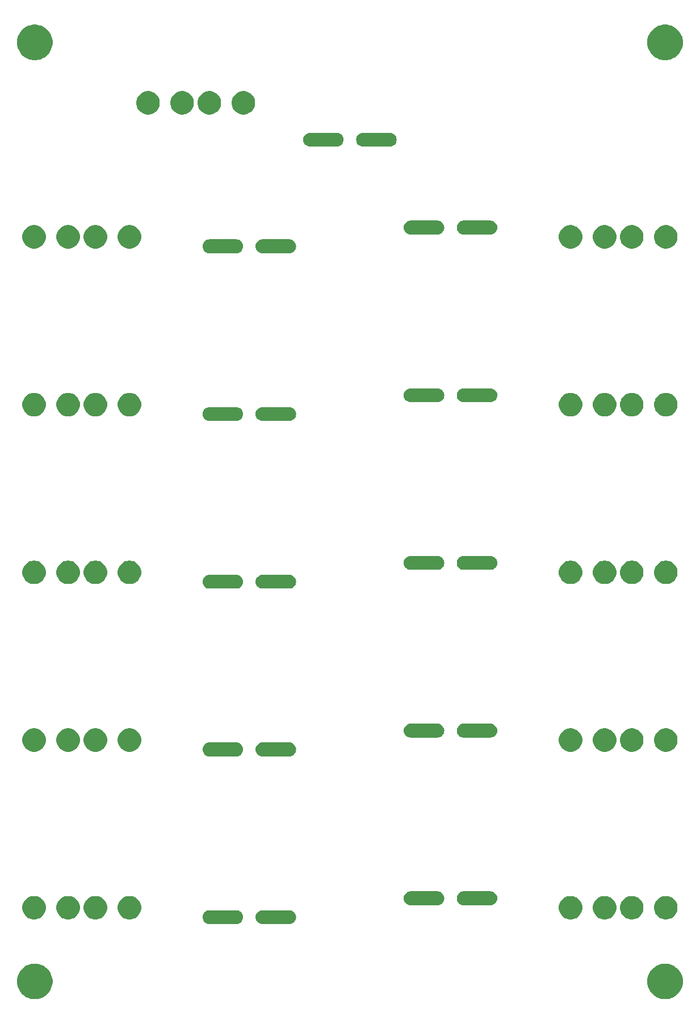
<source format=gbr>
G04 #@! TF.GenerationSoftware,KiCad,Pcbnew,5.1.5-52549c5~84~ubuntu18.04.1*
G04 #@! TF.CreationDate,2020-02-28T09:17:44-07:00*
G04 #@! TF.ProjectId,fuse-board-large,66757365-2d62-46f6-9172-642d6c617267,rev?*
G04 #@! TF.SameCoordinates,Original*
G04 #@! TF.FileFunction,Soldermask,Bot*
G04 #@! TF.FilePolarity,Negative*
%FSLAX46Y46*%
G04 Gerber Fmt 4.6, Leading zero omitted, Abs format (unit mm)*
G04 Created by KiCad (PCBNEW 5.1.5-52549c5~84~ubuntu18.04.1) date 2020-02-28 09:17:44*
%MOMM*%
%LPD*%
G04 APERTURE LIST*
%ADD10C,0.100000*%
G04 APERTURE END LIST*
D10*
G36*
X132517184Y-183399938D02*
G01*
X132773268Y-183450876D01*
X132973105Y-183533651D01*
X133255718Y-183650713D01*
X133255719Y-183650714D01*
X133689914Y-183940834D01*
X134059166Y-184310086D01*
X134059167Y-184310088D01*
X134349287Y-184744282D01*
X134549124Y-185226733D01*
X134651000Y-185738898D01*
X134651000Y-186261102D01*
X134549124Y-186773267D01*
X134349287Y-187255718D01*
X134349286Y-187255719D01*
X134059166Y-187689914D01*
X133689914Y-188059166D01*
X133471341Y-188205212D01*
X133255718Y-188349287D01*
X132973105Y-188466349D01*
X132773268Y-188549124D01*
X132517184Y-188600062D01*
X132261102Y-188651000D01*
X131738898Y-188651000D01*
X131482816Y-188600062D01*
X131226732Y-188549124D01*
X131026895Y-188466349D01*
X130744282Y-188349287D01*
X130528659Y-188205212D01*
X130310086Y-188059166D01*
X129940834Y-187689914D01*
X129650714Y-187255719D01*
X129650713Y-187255718D01*
X129450876Y-186773267D01*
X129349000Y-186261102D01*
X129349000Y-185738898D01*
X129450876Y-185226733D01*
X129650713Y-184744282D01*
X129940833Y-184310088D01*
X129940834Y-184310086D01*
X130310086Y-183940834D01*
X130744281Y-183650714D01*
X130744282Y-183650713D01*
X131026895Y-183533651D01*
X131226732Y-183450876D01*
X131482816Y-183399938D01*
X131738898Y-183349000D01*
X132261102Y-183349000D01*
X132517184Y-183399938D01*
G37*
G36*
X38517184Y-183399938D02*
G01*
X38773268Y-183450876D01*
X38973105Y-183533651D01*
X39255718Y-183650713D01*
X39255719Y-183650714D01*
X39689914Y-183940834D01*
X40059166Y-184310086D01*
X40059167Y-184310088D01*
X40349287Y-184744282D01*
X40549124Y-185226733D01*
X40651000Y-185738898D01*
X40651000Y-186261102D01*
X40549124Y-186773267D01*
X40349287Y-187255718D01*
X40349286Y-187255719D01*
X40059166Y-187689914D01*
X39689914Y-188059166D01*
X39471341Y-188205212D01*
X39255718Y-188349287D01*
X38973105Y-188466349D01*
X38773268Y-188549124D01*
X38517184Y-188600062D01*
X38261102Y-188651000D01*
X37738898Y-188651000D01*
X37482816Y-188600062D01*
X37226732Y-188549124D01*
X37026895Y-188466349D01*
X36744282Y-188349287D01*
X36528659Y-188205212D01*
X36310086Y-188059166D01*
X35940834Y-187689914D01*
X35650714Y-187255719D01*
X35650713Y-187255718D01*
X35450876Y-186773267D01*
X35349000Y-186261102D01*
X35349000Y-185738898D01*
X35450876Y-185226733D01*
X35650713Y-184744282D01*
X35940833Y-184310088D01*
X35940834Y-184310086D01*
X36310086Y-183940834D01*
X36744281Y-183650714D01*
X36744282Y-183650713D01*
X37026895Y-183533651D01*
X37226732Y-183450876D01*
X37482816Y-183399938D01*
X37738898Y-183349000D01*
X38261102Y-183349000D01*
X38517184Y-183399938D01*
G37*
G36*
X76133089Y-175378990D02*
G01*
X76328381Y-175438231D01*
X76508354Y-175534429D01*
X76666107Y-175663893D01*
X76795571Y-175821646D01*
X76891769Y-176001619D01*
X76951010Y-176196911D01*
X76971012Y-176400000D01*
X76951010Y-176603089D01*
X76891769Y-176798381D01*
X76795571Y-176978354D01*
X76666107Y-177136107D01*
X76508354Y-177265571D01*
X76328381Y-177361769D01*
X76133089Y-177421010D01*
X75980891Y-177436000D01*
X71919109Y-177436000D01*
X71766911Y-177421010D01*
X71571619Y-177361769D01*
X71391646Y-177265571D01*
X71233893Y-177136107D01*
X71104429Y-176978354D01*
X71008231Y-176798381D01*
X70948990Y-176603089D01*
X70928988Y-176400000D01*
X70948990Y-176196911D01*
X71008231Y-176001619D01*
X71104429Y-175821646D01*
X71233893Y-175663893D01*
X71391646Y-175534429D01*
X71571619Y-175438231D01*
X71766911Y-175378990D01*
X71919109Y-175364000D01*
X75980891Y-175364000D01*
X76133089Y-175378990D01*
G37*
G36*
X68233089Y-175378990D02*
G01*
X68428381Y-175438231D01*
X68608354Y-175534429D01*
X68766107Y-175663893D01*
X68895571Y-175821646D01*
X68991769Y-176001619D01*
X69051010Y-176196911D01*
X69071012Y-176400000D01*
X69051010Y-176603089D01*
X68991769Y-176798381D01*
X68895571Y-176978354D01*
X68766107Y-177136107D01*
X68608354Y-177265571D01*
X68428381Y-177361769D01*
X68233089Y-177421010D01*
X68080891Y-177436000D01*
X64019109Y-177436000D01*
X63866911Y-177421010D01*
X63671619Y-177361769D01*
X63491646Y-177265571D01*
X63333893Y-177136107D01*
X63204429Y-176978354D01*
X63108231Y-176798381D01*
X63048990Y-176603089D01*
X63028988Y-176400000D01*
X63048990Y-176196911D01*
X63108231Y-176001619D01*
X63204429Y-175821646D01*
X63333893Y-175663893D01*
X63491646Y-175534429D01*
X63671619Y-175438231D01*
X63866911Y-175378990D01*
X64019109Y-175364000D01*
X68080891Y-175364000D01*
X68233089Y-175378990D01*
G37*
G36*
X38287985Y-173293860D02*
G01*
X38400748Y-173316290D01*
X38532741Y-173370963D01*
X38719408Y-173448283D01*
X39006196Y-173639909D01*
X39250091Y-173883804D01*
X39441717Y-174170592D01*
X39510275Y-174336107D01*
X39573710Y-174489252D01*
X39641000Y-174827542D01*
X39641000Y-175172458D01*
X39573710Y-175510748D01*
X39519037Y-175642741D01*
X39441717Y-175829408D01*
X39250091Y-176116196D01*
X39006196Y-176360091D01*
X38719408Y-176551717D01*
X38532741Y-176629037D01*
X38400748Y-176683710D01*
X38287985Y-176706140D01*
X38062460Y-176751000D01*
X37717540Y-176751000D01*
X37492015Y-176706140D01*
X37379252Y-176683710D01*
X37247259Y-176629037D01*
X37060592Y-176551717D01*
X36773804Y-176360091D01*
X36529909Y-176116196D01*
X36338283Y-175829408D01*
X36260963Y-175642741D01*
X36206290Y-175510748D01*
X36139000Y-175172458D01*
X36139000Y-174827542D01*
X36206290Y-174489252D01*
X36269725Y-174336107D01*
X36338283Y-174170592D01*
X36529909Y-173883804D01*
X36773804Y-173639909D01*
X37060592Y-173448283D01*
X37247259Y-173370963D01*
X37379252Y-173316290D01*
X37492015Y-173293860D01*
X37717540Y-173249000D01*
X38062460Y-173249000D01*
X38287985Y-173293860D01*
G37*
G36*
X52507985Y-173293860D02*
G01*
X52620748Y-173316290D01*
X52752741Y-173370963D01*
X52939408Y-173448283D01*
X53226196Y-173639909D01*
X53470091Y-173883804D01*
X53661717Y-174170592D01*
X53730275Y-174336107D01*
X53793710Y-174489252D01*
X53861000Y-174827542D01*
X53861000Y-175172458D01*
X53793710Y-175510748D01*
X53739037Y-175642741D01*
X53661717Y-175829408D01*
X53470091Y-176116196D01*
X53226196Y-176360091D01*
X52939408Y-176551717D01*
X52752741Y-176629037D01*
X52620748Y-176683710D01*
X52507985Y-176706140D01*
X52282460Y-176751000D01*
X51937540Y-176751000D01*
X51712015Y-176706140D01*
X51599252Y-176683710D01*
X51467259Y-176629037D01*
X51280592Y-176551717D01*
X50993804Y-176360091D01*
X50749909Y-176116196D01*
X50558283Y-175829408D01*
X50480963Y-175642741D01*
X50426290Y-175510748D01*
X50359000Y-175172458D01*
X50359000Y-174827542D01*
X50426290Y-174489252D01*
X50489725Y-174336107D01*
X50558283Y-174170592D01*
X50749909Y-173883804D01*
X50993804Y-173639909D01*
X51280592Y-173448283D01*
X51467259Y-173370963D01*
X51599252Y-173316290D01*
X51712015Y-173293860D01*
X51937540Y-173249000D01*
X52282460Y-173249000D01*
X52507985Y-173293860D01*
G37*
G36*
X47427985Y-173293860D02*
G01*
X47540748Y-173316290D01*
X47672741Y-173370963D01*
X47859408Y-173448283D01*
X48146196Y-173639909D01*
X48390091Y-173883804D01*
X48581717Y-174170592D01*
X48650275Y-174336107D01*
X48713710Y-174489252D01*
X48781000Y-174827542D01*
X48781000Y-175172458D01*
X48713710Y-175510748D01*
X48659037Y-175642741D01*
X48581717Y-175829408D01*
X48390091Y-176116196D01*
X48146196Y-176360091D01*
X47859408Y-176551717D01*
X47672741Y-176629037D01*
X47540748Y-176683710D01*
X47427985Y-176706140D01*
X47202460Y-176751000D01*
X46857540Y-176751000D01*
X46632015Y-176706140D01*
X46519252Y-176683710D01*
X46387259Y-176629037D01*
X46200592Y-176551717D01*
X45913804Y-176360091D01*
X45669909Y-176116196D01*
X45478283Y-175829408D01*
X45400963Y-175642741D01*
X45346290Y-175510748D01*
X45279000Y-175172458D01*
X45279000Y-174827542D01*
X45346290Y-174489252D01*
X45409725Y-174336107D01*
X45478283Y-174170592D01*
X45669909Y-173883804D01*
X45913804Y-173639909D01*
X46200592Y-173448283D01*
X46387259Y-173370963D01*
X46519252Y-173316290D01*
X46632015Y-173293860D01*
X46857540Y-173249000D01*
X47202460Y-173249000D01*
X47427985Y-173293860D01*
G37*
G36*
X43367985Y-173293860D02*
G01*
X43480748Y-173316290D01*
X43612741Y-173370963D01*
X43799408Y-173448283D01*
X44086196Y-173639909D01*
X44330091Y-173883804D01*
X44521717Y-174170592D01*
X44590275Y-174336107D01*
X44653710Y-174489252D01*
X44721000Y-174827542D01*
X44721000Y-175172458D01*
X44653710Y-175510748D01*
X44599037Y-175642741D01*
X44521717Y-175829408D01*
X44330091Y-176116196D01*
X44086196Y-176360091D01*
X43799408Y-176551717D01*
X43612741Y-176629037D01*
X43480748Y-176683710D01*
X43367985Y-176706140D01*
X43142460Y-176751000D01*
X42797540Y-176751000D01*
X42572015Y-176706140D01*
X42459252Y-176683710D01*
X42327259Y-176629037D01*
X42140592Y-176551717D01*
X41853804Y-176360091D01*
X41609909Y-176116196D01*
X41418283Y-175829408D01*
X41340963Y-175642741D01*
X41286290Y-175510748D01*
X41219000Y-175172458D01*
X41219000Y-174827542D01*
X41286290Y-174489252D01*
X41349725Y-174336107D01*
X41418283Y-174170592D01*
X41609909Y-173883804D01*
X41853804Y-173639909D01*
X42140592Y-173448283D01*
X42327259Y-173370963D01*
X42459252Y-173316290D01*
X42572015Y-173293860D01*
X42797540Y-173249000D01*
X43142460Y-173249000D01*
X43367985Y-173293860D01*
G37*
G36*
X118287985Y-173293860D02*
G01*
X118400748Y-173316290D01*
X118532741Y-173370963D01*
X118719408Y-173448283D01*
X119006196Y-173639909D01*
X119250091Y-173883804D01*
X119441717Y-174170592D01*
X119510275Y-174336107D01*
X119573710Y-174489252D01*
X119641000Y-174827542D01*
X119641000Y-175172458D01*
X119573710Y-175510748D01*
X119519037Y-175642741D01*
X119441717Y-175829408D01*
X119250091Y-176116196D01*
X119006196Y-176360091D01*
X118719408Y-176551717D01*
X118532741Y-176629037D01*
X118400748Y-176683710D01*
X118287985Y-176706140D01*
X118062460Y-176751000D01*
X117717540Y-176751000D01*
X117492015Y-176706140D01*
X117379252Y-176683710D01*
X117247259Y-176629037D01*
X117060592Y-176551717D01*
X116773804Y-176360091D01*
X116529909Y-176116196D01*
X116338283Y-175829408D01*
X116260963Y-175642741D01*
X116206290Y-175510748D01*
X116139000Y-175172458D01*
X116139000Y-174827542D01*
X116206290Y-174489252D01*
X116269725Y-174336107D01*
X116338283Y-174170592D01*
X116529909Y-173883804D01*
X116773804Y-173639909D01*
X117060592Y-173448283D01*
X117247259Y-173370963D01*
X117379252Y-173316290D01*
X117492015Y-173293860D01*
X117717540Y-173249000D01*
X118062460Y-173249000D01*
X118287985Y-173293860D01*
G37*
G36*
X132507985Y-173293860D02*
G01*
X132620748Y-173316290D01*
X132752741Y-173370963D01*
X132939408Y-173448283D01*
X133226196Y-173639909D01*
X133470091Y-173883804D01*
X133661717Y-174170592D01*
X133730275Y-174336107D01*
X133793710Y-174489252D01*
X133861000Y-174827542D01*
X133861000Y-175172458D01*
X133793710Y-175510748D01*
X133739037Y-175642741D01*
X133661717Y-175829408D01*
X133470091Y-176116196D01*
X133226196Y-176360091D01*
X132939408Y-176551717D01*
X132752741Y-176629037D01*
X132620748Y-176683710D01*
X132507985Y-176706140D01*
X132282460Y-176751000D01*
X131937540Y-176751000D01*
X131712015Y-176706140D01*
X131599252Y-176683710D01*
X131467259Y-176629037D01*
X131280592Y-176551717D01*
X130993804Y-176360091D01*
X130749909Y-176116196D01*
X130558283Y-175829408D01*
X130480963Y-175642741D01*
X130426290Y-175510748D01*
X130359000Y-175172458D01*
X130359000Y-174827542D01*
X130426290Y-174489252D01*
X130489725Y-174336107D01*
X130558283Y-174170592D01*
X130749909Y-173883804D01*
X130993804Y-173639909D01*
X131280592Y-173448283D01*
X131467259Y-173370963D01*
X131599252Y-173316290D01*
X131712015Y-173293860D01*
X131937540Y-173249000D01*
X132282460Y-173249000D01*
X132507985Y-173293860D01*
G37*
G36*
X123367985Y-173293860D02*
G01*
X123480748Y-173316290D01*
X123612741Y-173370963D01*
X123799408Y-173448283D01*
X124086196Y-173639909D01*
X124330091Y-173883804D01*
X124521717Y-174170592D01*
X124590275Y-174336107D01*
X124653710Y-174489252D01*
X124721000Y-174827542D01*
X124721000Y-175172458D01*
X124653710Y-175510748D01*
X124599037Y-175642741D01*
X124521717Y-175829408D01*
X124330091Y-176116196D01*
X124086196Y-176360091D01*
X123799408Y-176551717D01*
X123612741Y-176629037D01*
X123480748Y-176683710D01*
X123367985Y-176706140D01*
X123142460Y-176751000D01*
X122797540Y-176751000D01*
X122572015Y-176706140D01*
X122459252Y-176683710D01*
X122327259Y-176629037D01*
X122140592Y-176551717D01*
X121853804Y-176360091D01*
X121609909Y-176116196D01*
X121418283Y-175829408D01*
X121340963Y-175642741D01*
X121286290Y-175510748D01*
X121219000Y-175172458D01*
X121219000Y-174827542D01*
X121286290Y-174489252D01*
X121349725Y-174336107D01*
X121418283Y-174170592D01*
X121609909Y-173883804D01*
X121853804Y-173639909D01*
X122140592Y-173448283D01*
X122327259Y-173370963D01*
X122459252Y-173316290D01*
X122572015Y-173293860D01*
X122797540Y-173249000D01*
X123142460Y-173249000D01*
X123367985Y-173293860D01*
G37*
G36*
X127427985Y-173293860D02*
G01*
X127540748Y-173316290D01*
X127672741Y-173370963D01*
X127859408Y-173448283D01*
X128146196Y-173639909D01*
X128390091Y-173883804D01*
X128581717Y-174170592D01*
X128650275Y-174336107D01*
X128713710Y-174489252D01*
X128781000Y-174827542D01*
X128781000Y-175172458D01*
X128713710Y-175510748D01*
X128659037Y-175642741D01*
X128581717Y-175829408D01*
X128390091Y-176116196D01*
X128146196Y-176360091D01*
X127859408Y-176551717D01*
X127672741Y-176629037D01*
X127540748Y-176683710D01*
X127427985Y-176706140D01*
X127202460Y-176751000D01*
X126857540Y-176751000D01*
X126632015Y-176706140D01*
X126519252Y-176683710D01*
X126387259Y-176629037D01*
X126200592Y-176551717D01*
X125913804Y-176360091D01*
X125669909Y-176116196D01*
X125478283Y-175829408D01*
X125400963Y-175642741D01*
X125346290Y-175510748D01*
X125279000Y-175172458D01*
X125279000Y-174827542D01*
X125346290Y-174489252D01*
X125409725Y-174336107D01*
X125478283Y-174170592D01*
X125669909Y-173883804D01*
X125913804Y-173639909D01*
X126200592Y-173448283D01*
X126387259Y-173370963D01*
X126519252Y-173316290D01*
X126632015Y-173293860D01*
X126857540Y-173249000D01*
X127202460Y-173249000D01*
X127427985Y-173293860D01*
G37*
G36*
X98233089Y-172578990D02*
G01*
X98428381Y-172638231D01*
X98608354Y-172734429D01*
X98766107Y-172863893D01*
X98895571Y-173021646D01*
X98991769Y-173201619D01*
X99051010Y-173396911D01*
X99071012Y-173600000D01*
X99051010Y-173803089D01*
X98991769Y-173998381D01*
X98895571Y-174178354D01*
X98766107Y-174336107D01*
X98608354Y-174465571D01*
X98428381Y-174561769D01*
X98233089Y-174621010D01*
X98080891Y-174636000D01*
X94019109Y-174636000D01*
X93866911Y-174621010D01*
X93671619Y-174561769D01*
X93491646Y-174465571D01*
X93333893Y-174336107D01*
X93204429Y-174178354D01*
X93108231Y-173998381D01*
X93048990Y-173803089D01*
X93028988Y-173600000D01*
X93048990Y-173396911D01*
X93108231Y-173201619D01*
X93204429Y-173021646D01*
X93333893Y-172863893D01*
X93491646Y-172734429D01*
X93671619Y-172638231D01*
X93866911Y-172578990D01*
X94019109Y-172564000D01*
X98080891Y-172564000D01*
X98233089Y-172578990D01*
G37*
G36*
X106133089Y-172578990D02*
G01*
X106328381Y-172638231D01*
X106508354Y-172734429D01*
X106666107Y-172863893D01*
X106795571Y-173021646D01*
X106891769Y-173201619D01*
X106951010Y-173396911D01*
X106971012Y-173600000D01*
X106951010Y-173803089D01*
X106891769Y-173998381D01*
X106795571Y-174178354D01*
X106666107Y-174336107D01*
X106508354Y-174465571D01*
X106328381Y-174561769D01*
X106133089Y-174621010D01*
X105980891Y-174636000D01*
X101919109Y-174636000D01*
X101766911Y-174621010D01*
X101571619Y-174561769D01*
X101391646Y-174465571D01*
X101233893Y-174336107D01*
X101104429Y-174178354D01*
X101008231Y-173998381D01*
X100948990Y-173803089D01*
X100928988Y-173600000D01*
X100948990Y-173396911D01*
X101008231Y-173201619D01*
X101104429Y-173021646D01*
X101233893Y-172863893D01*
X101391646Y-172734429D01*
X101571619Y-172638231D01*
X101766911Y-172578990D01*
X101919109Y-172564000D01*
X105980891Y-172564000D01*
X106133089Y-172578990D01*
G37*
G36*
X76133089Y-150378990D02*
G01*
X76328381Y-150438231D01*
X76508354Y-150534429D01*
X76666107Y-150663893D01*
X76795571Y-150821646D01*
X76891769Y-151001619D01*
X76951010Y-151196911D01*
X76971012Y-151400000D01*
X76951010Y-151603089D01*
X76891769Y-151798381D01*
X76795571Y-151978354D01*
X76666107Y-152136107D01*
X76508354Y-152265571D01*
X76328381Y-152361769D01*
X76133089Y-152421010D01*
X75980891Y-152436000D01*
X71919109Y-152436000D01*
X71766911Y-152421010D01*
X71571619Y-152361769D01*
X71391646Y-152265571D01*
X71233893Y-152136107D01*
X71104429Y-151978354D01*
X71008231Y-151798381D01*
X70948990Y-151603089D01*
X70928988Y-151400000D01*
X70948990Y-151196911D01*
X71008231Y-151001619D01*
X71104429Y-150821646D01*
X71233893Y-150663893D01*
X71391646Y-150534429D01*
X71571619Y-150438231D01*
X71766911Y-150378990D01*
X71919109Y-150364000D01*
X75980891Y-150364000D01*
X76133089Y-150378990D01*
G37*
G36*
X68233089Y-150378990D02*
G01*
X68428381Y-150438231D01*
X68608354Y-150534429D01*
X68766107Y-150663893D01*
X68895571Y-150821646D01*
X68991769Y-151001619D01*
X69051010Y-151196911D01*
X69071012Y-151400000D01*
X69051010Y-151603089D01*
X68991769Y-151798381D01*
X68895571Y-151978354D01*
X68766107Y-152136107D01*
X68608354Y-152265571D01*
X68428381Y-152361769D01*
X68233089Y-152421010D01*
X68080891Y-152436000D01*
X64019109Y-152436000D01*
X63866911Y-152421010D01*
X63671619Y-152361769D01*
X63491646Y-152265571D01*
X63333893Y-152136107D01*
X63204429Y-151978354D01*
X63108231Y-151798381D01*
X63048990Y-151603089D01*
X63028988Y-151400000D01*
X63048990Y-151196911D01*
X63108231Y-151001619D01*
X63204429Y-150821646D01*
X63333893Y-150663893D01*
X63491646Y-150534429D01*
X63671619Y-150438231D01*
X63866911Y-150378990D01*
X64019109Y-150364000D01*
X68080891Y-150364000D01*
X68233089Y-150378990D01*
G37*
G36*
X38287985Y-148293860D02*
G01*
X38400748Y-148316290D01*
X38532741Y-148370963D01*
X38719408Y-148448283D01*
X39006196Y-148639909D01*
X39250091Y-148883804D01*
X39441717Y-149170592D01*
X39510275Y-149336107D01*
X39573710Y-149489252D01*
X39641000Y-149827542D01*
X39641000Y-150172458D01*
X39573710Y-150510748D01*
X39519037Y-150642741D01*
X39441717Y-150829408D01*
X39250091Y-151116196D01*
X39006196Y-151360091D01*
X38719408Y-151551717D01*
X38532741Y-151629037D01*
X38400748Y-151683710D01*
X38287985Y-151706140D01*
X38062460Y-151751000D01*
X37717540Y-151751000D01*
X37492015Y-151706140D01*
X37379252Y-151683710D01*
X37247259Y-151629037D01*
X37060592Y-151551717D01*
X36773804Y-151360091D01*
X36529909Y-151116196D01*
X36338283Y-150829408D01*
X36260963Y-150642741D01*
X36206290Y-150510748D01*
X36139000Y-150172458D01*
X36139000Y-149827542D01*
X36206290Y-149489252D01*
X36269725Y-149336107D01*
X36338283Y-149170592D01*
X36529909Y-148883804D01*
X36773804Y-148639909D01*
X37060592Y-148448283D01*
X37247259Y-148370963D01*
X37379252Y-148316290D01*
X37492015Y-148293860D01*
X37717540Y-148249000D01*
X38062460Y-148249000D01*
X38287985Y-148293860D01*
G37*
G36*
X123367985Y-148293860D02*
G01*
X123480748Y-148316290D01*
X123612741Y-148370963D01*
X123799408Y-148448283D01*
X124086196Y-148639909D01*
X124330091Y-148883804D01*
X124521717Y-149170592D01*
X124590275Y-149336107D01*
X124653710Y-149489252D01*
X124721000Y-149827542D01*
X124721000Y-150172458D01*
X124653710Y-150510748D01*
X124599037Y-150642741D01*
X124521717Y-150829408D01*
X124330091Y-151116196D01*
X124086196Y-151360091D01*
X123799408Y-151551717D01*
X123612741Y-151629037D01*
X123480748Y-151683710D01*
X123367985Y-151706140D01*
X123142460Y-151751000D01*
X122797540Y-151751000D01*
X122572015Y-151706140D01*
X122459252Y-151683710D01*
X122327259Y-151629037D01*
X122140592Y-151551717D01*
X121853804Y-151360091D01*
X121609909Y-151116196D01*
X121418283Y-150829408D01*
X121340963Y-150642741D01*
X121286290Y-150510748D01*
X121219000Y-150172458D01*
X121219000Y-149827542D01*
X121286290Y-149489252D01*
X121349725Y-149336107D01*
X121418283Y-149170592D01*
X121609909Y-148883804D01*
X121853804Y-148639909D01*
X122140592Y-148448283D01*
X122327259Y-148370963D01*
X122459252Y-148316290D01*
X122572015Y-148293860D01*
X122797540Y-148249000D01*
X123142460Y-148249000D01*
X123367985Y-148293860D01*
G37*
G36*
X132507985Y-148293860D02*
G01*
X132620748Y-148316290D01*
X132752741Y-148370963D01*
X132939408Y-148448283D01*
X133226196Y-148639909D01*
X133470091Y-148883804D01*
X133661717Y-149170592D01*
X133730275Y-149336107D01*
X133793710Y-149489252D01*
X133861000Y-149827542D01*
X133861000Y-150172458D01*
X133793710Y-150510748D01*
X133739037Y-150642741D01*
X133661717Y-150829408D01*
X133470091Y-151116196D01*
X133226196Y-151360091D01*
X132939408Y-151551717D01*
X132752741Y-151629037D01*
X132620748Y-151683710D01*
X132507985Y-151706140D01*
X132282460Y-151751000D01*
X131937540Y-151751000D01*
X131712015Y-151706140D01*
X131599252Y-151683710D01*
X131467259Y-151629037D01*
X131280592Y-151551717D01*
X130993804Y-151360091D01*
X130749909Y-151116196D01*
X130558283Y-150829408D01*
X130480963Y-150642741D01*
X130426290Y-150510748D01*
X130359000Y-150172458D01*
X130359000Y-149827542D01*
X130426290Y-149489252D01*
X130489725Y-149336107D01*
X130558283Y-149170592D01*
X130749909Y-148883804D01*
X130993804Y-148639909D01*
X131280592Y-148448283D01*
X131467259Y-148370963D01*
X131599252Y-148316290D01*
X131712015Y-148293860D01*
X131937540Y-148249000D01*
X132282460Y-148249000D01*
X132507985Y-148293860D01*
G37*
G36*
X118287985Y-148293860D02*
G01*
X118400748Y-148316290D01*
X118532741Y-148370963D01*
X118719408Y-148448283D01*
X119006196Y-148639909D01*
X119250091Y-148883804D01*
X119441717Y-149170592D01*
X119510275Y-149336107D01*
X119573710Y-149489252D01*
X119641000Y-149827542D01*
X119641000Y-150172458D01*
X119573710Y-150510748D01*
X119519037Y-150642741D01*
X119441717Y-150829408D01*
X119250091Y-151116196D01*
X119006196Y-151360091D01*
X118719408Y-151551717D01*
X118532741Y-151629037D01*
X118400748Y-151683710D01*
X118287985Y-151706140D01*
X118062460Y-151751000D01*
X117717540Y-151751000D01*
X117492015Y-151706140D01*
X117379252Y-151683710D01*
X117247259Y-151629037D01*
X117060592Y-151551717D01*
X116773804Y-151360091D01*
X116529909Y-151116196D01*
X116338283Y-150829408D01*
X116260963Y-150642741D01*
X116206290Y-150510748D01*
X116139000Y-150172458D01*
X116139000Y-149827542D01*
X116206290Y-149489252D01*
X116269725Y-149336107D01*
X116338283Y-149170592D01*
X116529909Y-148883804D01*
X116773804Y-148639909D01*
X117060592Y-148448283D01*
X117247259Y-148370963D01*
X117379252Y-148316290D01*
X117492015Y-148293860D01*
X117717540Y-148249000D01*
X118062460Y-148249000D01*
X118287985Y-148293860D01*
G37*
G36*
X43367985Y-148293860D02*
G01*
X43480748Y-148316290D01*
X43612741Y-148370963D01*
X43799408Y-148448283D01*
X44086196Y-148639909D01*
X44330091Y-148883804D01*
X44521717Y-149170592D01*
X44590275Y-149336107D01*
X44653710Y-149489252D01*
X44721000Y-149827542D01*
X44721000Y-150172458D01*
X44653710Y-150510748D01*
X44599037Y-150642741D01*
X44521717Y-150829408D01*
X44330091Y-151116196D01*
X44086196Y-151360091D01*
X43799408Y-151551717D01*
X43612741Y-151629037D01*
X43480748Y-151683710D01*
X43367985Y-151706140D01*
X43142460Y-151751000D01*
X42797540Y-151751000D01*
X42572015Y-151706140D01*
X42459252Y-151683710D01*
X42327259Y-151629037D01*
X42140592Y-151551717D01*
X41853804Y-151360091D01*
X41609909Y-151116196D01*
X41418283Y-150829408D01*
X41340963Y-150642741D01*
X41286290Y-150510748D01*
X41219000Y-150172458D01*
X41219000Y-149827542D01*
X41286290Y-149489252D01*
X41349725Y-149336107D01*
X41418283Y-149170592D01*
X41609909Y-148883804D01*
X41853804Y-148639909D01*
X42140592Y-148448283D01*
X42327259Y-148370963D01*
X42459252Y-148316290D01*
X42572015Y-148293860D01*
X42797540Y-148249000D01*
X43142460Y-148249000D01*
X43367985Y-148293860D01*
G37*
G36*
X47427985Y-148293860D02*
G01*
X47540748Y-148316290D01*
X47672741Y-148370963D01*
X47859408Y-148448283D01*
X48146196Y-148639909D01*
X48390091Y-148883804D01*
X48581717Y-149170592D01*
X48650275Y-149336107D01*
X48713710Y-149489252D01*
X48781000Y-149827542D01*
X48781000Y-150172458D01*
X48713710Y-150510748D01*
X48659037Y-150642741D01*
X48581717Y-150829408D01*
X48390091Y-151116196D01*
X48146196Y-151360091D01*
X47859408Y-151551717D01*
X47672741Y-151629037D01*
X47540748Y-151683710D01*
X47427985Y-151706140D01*
X47202460Y-151751000D01*
X46857540Y-151751000D01*
X46632015Y-151706140D01*
X46519252Y-151683710D01*
X46387259Y-151629037D01*
X46200592Y-151551717D01*
X45913804Y-151360091D01*
X45669909Y-151116196D01*
X45478283Y-150829408D01*
X45400963Y-150642741D01*
X45346290Y-150510748D01*
X45279000Y-150172458D01*
X45279000Y-149827542D01*
X45346290Y-149489252D01*
X45409725Y-149336107D01*
X45478283Y-149170592D01*
X45669909Y-148883804D01*
X45913804Y-148639909D01*
X46200592Y-148448283D01*
X46387259Y-148370963D01*
X46519252Y-148316290D01*
X46632015Y-148293860D01*
X46857540Y-148249000D01*
X47202460Y-148249000D01*
X47427985Y-148293860D01*
G37*
G36*
X127427985Y-148293860D02*
G01*
X127540748Y-148316290D01*
X127672741Y-148370963D01*
X127859408Y-148448283D01*
X128146196Y-148639909D01*
X128390091Y-148883804D01*
X128581717Y-149170592D01*
X128650275Y-149336107D01*
X128713710Y-149489252D01*
X128781000Y-149827542D01*
X128781000Y-150172458D01*
X128713710Y-150510748D01*
X128659037Y-150642741D01*
X128581717Y-150829408D01*
X128390091Y-151116196D01*
X128146196Y-151360091D01*
X127859408Y-151551717D01*
X127672741Y-151629037D01*
X127540748Y-151683710D01*
X127427985Y-151706140D01*
X127202460Y-151751000D01*
X126857540Y-151751000D01*
X126632015Y-151706140D01*
X126519252Y-151683710D01*
X126387259Y-151629037D01*
X126200592Y-151551717D01*
X125913804Y-151360091D01*
X125669909Y-151116196D01*
X125478283Y-150829408D01*
X125400963Y-150642741D01*
X125346290Y-150510748D01*
X125279000Y-150172458D01*
X125279000Y-149827542D01*
X125346290Y-149489252D01*
X125409725Y-149336107D01*
X125478283Y-149170592D01*
X125669909Y-148883804D01*
X125913804Y-148639909D01*
X126200592Y-148448283D01*
X126387259Y-148370963D01*
X126519252Y-148316290D01*
X126632015Y-148293860D01*
X126857540Y-148249000D01*
X127202460Y-148249000D01*
X127427985Y-148293860D01*
G37*
G36*
X52507985Y-148293860D02*
G01*
X52620748Y-148316290D01*
X52752741Y-148370963D01*
X52939408Y-148448283D01*
X53226196Y-148639909D01*
X53470091Y-148883804D01*
X53661717Y-149170592D01*
X53730275Y-149336107D01*
X53793710Y-149489252D01*
X53861000Y-149827542D01*
X53861000Y-150172458D01*
X53793710Y-150510748D01*
X53739037Y-150642741D01*
X53661717Y-150829408D01*
X53470091Y-151116196D01*
X53226196Y-151360091D01*
X52939408Y-151551717D01*
X52752741Y-151629037D01*
X52620748Y-151683710D01*
X52507985Y-151706140D01*
X52282460Y-151751000D01*
X51937540Y-151751000D01*
X51712015Y-151706140D01*
X51599252Y-151683710D01*
X51467259Y-151629037D01*
X51280592Y-151551717D01*
X50993804Y-151360091D01*
X50749909Y-151116196D01*
X50558283Y-150829408D01*
X50480963Y-150642741D01*
X50426290Y-150510748D01*
X50359000Y-150172458D01*
X50359000Y-149827542D01*
X50426290Y-149489252D01*
X50489725Y-149336107D01*
X50558283Y-149170592D01*
X50749909Y-148883804D01*
X50993804Y-148639909D01*
X51280592Y-148448283D01*
X51467259Y-148370963D01*
X51599252Y-148316290D01*
X51712015Y-148293860D01*
X51937540Y-148249000D01*
X52282460Y-148249000D01*
X52507985Y-148293860D01*
G37*
G36*
X106133089Y-147578990D02*
G01*
X106328381Y-147638231D01*
X106508354Y-147734429D01*
X106666107Y-147863893D01*
X106795571Y-148021646D01*
X106891769Y-148201619D01*
X106951010Y-148396911D01*
X106971012Y-148600000D01*
X106951010Y-148803089D01*
X106891769Y-148998381D01*
X106795571Y-149178354D01*
X106666107Y-149336107D01*
X106508354Y-149465571D01*
X106328381Y-149561769D01*
X106133089Y-149621010D01*
X105980891Y-149636000D01*
X101919109Y-149636000D01*
X101766911Y-149621010D01*
X101571619Y-149561769D01*
X101391646Y-149465571D01*
X101233893Y-149336107D01*
X101104429Y-149178354D01*
X101008231Y-148998381D01*
X100948990Y-148803089D01*
X100928988Y-148600000D01*
X100948990Y-148396911D01*
X101008231Y-148201619D01*
X101104429Y-148021646D01*
X101233893Y-147863893D01*
X101391646Y-147734429D01*
X101571619Y-147638231D01*
X101766911Y-147578990D01*
X101919109Y-147564000D01*
X105980891Y-147564000D01*
X106133089Y-147578990D01*
G37*
G36*
X98233089Y-147578990D02*
G01*
X98428381Y-147638231D01*
X98608354Y-147734429D01*
X98766107Y-147863893D01*
X98895571Y-148021646D01*
X98991769Y-148201619D01*
X99051010Y-148396911D01*
X99071012Y-148600000D01*
X99051010Y-148803089D01*
X98991769Y-148998381D01*
X98895571Y-149178354D01*
X98766107Y-149336107D01*
X98608354Y-149465571D01*
X98428381Y-149561769D01*
X98233089Y-149621010D01*
X98080891Y-149636000D01*
X94019109Y-149636000D01*
X93866911Y-149621010D01*
X93671619Y-149561769D01*
X93491646Y-149465571D01*
X93333893Y-149336107D01*
X93204429Y-149178354D01*
X93108231Y-148998381D01*
X93048990Y-148803089D01*
X93028988Y-148600000D01*
X93048990Y-148396911D01*
X93108231Y-148201619D01*
X93204429Y-148021646D01*
X93333893Y-147863893D01*
X93491646Y-147734429D01*
X93671619Y-147638231D01*
X93866911Y-147578990D01*
X94019109Y-147564000D01*
X98080891Y-147564000D01*
X98233089Y-147578990D01*
G37*
G36*
X76133089Y-125378990D02*
G01*
X76328381Y-125438231D01*
X76508354Y-125534429D01*
X76666107Y-125663893D01*
X76795571Y-125821646D01*
X76891769Y-126001619D01*
X76951010Y-126196911D01*
X76971012Y-126400000D01*
X76951010Y-126603089D01*
X76891769Y-126798381D01*
X76795571Y-126978354D01*
X76666107Y-127136107D01*
X76508354Y-127265571D01*
X76328381Y-127361769D01*
X76133089Y-127421010D01*
X75980891Y-127436000D01*
X71919109Y-127436000D01*
X71766911Y-127421010D01*
X71571619Y-127361769D01*
X71391646Y-127265571D01*
X71233893Y-127136107D01*
X71104429Y-126978354D01*
X71008231Y-126798381D01*
X70948990Y-126603089D01*
X70928988Y-126400000D01*
X70948990Y-126196911D01*
X71008231Y-126001619D01*
X71104429Y-125821646D01*
X71233893Y-125663893D01*
X71391646Y-125534429D01*
X71571619Y-125438231D01*
X71766911Y-125378990D01*
X71919109Y-125364000D01*
X75980891Y-125364000D01*
X76133089Y-125378990D01*
G37*
G36*
X68233089Y-125378990D02*
G01*
X68428381Y-125438231D01*
X68608354Y-125534429D01*
X68766107Y-125663893D01*
X68895571Y-125821646D01*
X68991769Y-126001619D01*
X69051010Y-126196911D01*
X69071012Y-126400000D01*
X69051010Y-126603089D01*
X68991769Y-126798381D01*
X68895571Y-126978354D01*
X68766107Y-127136107D01*
X68608354Y-127265571D01*
X68428381Y-127361769D01*
X68233089Y-127421010D01*
X68080891Y-127436000D01*
X64019109Y-127436000D01*
X63866911Y-127421010D01*
X63671619Y-127361769D01*
X63491646Y-127265571D01*
X63333893Y-127136107D01*
X63204429Y-126978354D01*
X63108231Y-126798381D01*
X63048990Y-126603089D01*
X63028988Y-126400000D01*
X63048990Y-126196911D01*
X63108231Y-126001619D01*
X63204429Y-125821646D01*
X63333893Y-125663893D01*
X63491646Y-125534429D01*
X63671619Y-125438231D01*
X63866911Y-125378990D01*
X64019109Y-125364000D01*
X68080891Y-125364000D01*
X68233089Y-125378990D01*
G37*
G36*
X52507985Y-123293860D02*
G01*
X52620748Y-123316290D01*
X52752741Y-123370963D01*
X52939408Y-123448283D01*
X53226196Y-123639909D01*
X53470091Y-123883804D01*
X53661717Y-124170592D01*
X53730275Y-124336107D01*
X53793710Y-124489252D01*
X53861000Y-124827542D01*
X53861000Y-125172458D01*
X53793710Y-125510748D01*
X53739037Y-125642741D01*
X53661717Y-125829408D01*
X53470091Y-126116196D01*
X53226196Y-126360091D01*
X52939408Y-126551717D01*
X52752741Y-126629037D01*
X52620748Y-126683710D01*
X52507985Y-126706140D01*
X52282460Y-126751000D01*
X51937540Y-126751000D01*
X51712015Y-126706140D01*
X51599252Y-126683710D01*
X51467259Y-126629037D01*
X51280592Y-126551717D01*
X50993804Y-126360091D01*
X50749909Y-126116196D01*
X50558283Y-125829408D01*
X50480963Y-125642741D01*
X50426290Y-125510748D01*
X50359000Y-125172458D01*
X50359000Y-124827542D01*
X50426290Y-124489252D01*
X50489725Y-124336107D01*
X50558283Y-124170592D01*
X50749909Y-123883804D01*
X50993804Y-123639909D01*
X51280592Y-123448283D01*
X51467259Y-123370963D01*
X51599252Y-123316290D01*
X51712015Y-123293860D01*
X51937540Y-123249000D01*
X52282460Y-123249000D01*
X52507985Y-123293860D01*
G37*
G36*
X47427985Y-123293860D02*
G01*
X47540748Y-123316290D01*
X47672741Y-123370963D01*
X47859408Y-123448283D01*
X48146196Y-123639909D01*
X48390091Y-123883804D01*
X48581717Y-124170592D01*
X48650275Y-124336107D01*
X48713710Y-124489252D01*
X48781000Y-124827542D01*
X48781000Y-125172458D01*
X48713710Y-125510748D01*
X48659037Y-125642741D01*
X48581717Y-125829408D01*
X48390091Y-126116196D01*
X48146196Y-126360091D01*
X47859408Y-126551717D01*
X47672741Y-126629037D01*
X47540748Y-126683710D01*
X47427985Y-126706140D01*
X47202460Y-126751000D01*
X46857540Y-126751000D01*
X46632015Y-126706140D01*
X46519252Y-126683710D01*
X46387259Y-126629037D01*
X46200592Y-126551717D01*
X45913804Y-126360091D01*
X45669909Y-126116196D01*
X45478283Y-125829408D01*
X45400963Y-125642741D01*
X45346290Y-125510748D01*
X45279000Y-125172458D01*
X45279000Y-124827542D01*
X45346290Y-124489252D01*
X45409725Y-124336107D01*
X45478283Y-124170592D01*
X45669909Y-123883804D01*
X45913804Y-123639909D01*
X46200592Y-123448283D01*
X46387259Y-123370963D01*
X46519252Y-123316290D01*
X46632015Y-123293860D01*
X46857540Y-123249000D01*
X47202460Y-123249000D01*
X47427985Y-123293860D01*
G37*
G36*
X43367985Y-123293860D02*
G01*
X43480748Y-123316290D01*
X43612741Y-123370963D01*
X43799408Y-123448283D01*
X44086196Y-123639909D01*
X44330091Y-123883804D01*
X44521717Y-124170592D01*
X44590275Y-124336107D01*
X44653710Y-124489252D01*
X44721000Y-124827542D01*
X44721000Y-125172458D01*
X44653710Y-125510748D01*
X44599037Y-125642741D01*
X44521717Y-125829408D01*
X44330091Y-126116196D01*
X44086196Y-126360091D01*
X43799408Y-126551717D01*
X43612741Y-126629037D01*
X43480748Y-126683710D01*
X43367985Y-126706140D01*
X43142460Y-126751000D01*
X42797540Y-126751000D01*
X42572015Y-126706140D01*
X42459252Y-126683710D01*
X42327259Y-126629037D01*
X42140592Y-126551717D01*
X41853804Y-126360091D01*
X41609909Y-126116196D01*
X41418283Y-125829408D01*
X41340963Y-125642741D01*
X41286290Y-125510748D01*
X41219000Y-125172458D01*
X41219000Y-124827542D01*
X41286290Y-124489252D01*
X41349725Y-124336107D01*
X41418283Y-124170592D01*
X41609909Y-123883804D01*
X41853804Y-123639909D01*
X42140592Y-123448283D01*
X42327259Y-123370963D01*
X42459252Y-123316290D01*
X42572015Y-123293860D01*
X42797540Y-123249000D01*
X43142460Y-123249000D01*
X43367985Y-123293860D01*
G37*
G36*
X38287985Y-123293860D02*
G01*
X38400748Y-123316290D01*
X38532741Y-123370963D01*
X38719408Y-123448283D01*
X39006196Y-123639909D01*
X39250091Y-123883804D01*
X39441717Y-124170592D01*
X39510275Y-124336107D01*
X39573710Y-124489252D01*
X39641000Y-124827542D01*
X39641000Y-125172458D01*
X39573710Y-125510748D01*
X39519037Y-125642741D01*
X39441717Y-125829408D01*
X39250091Y-126116196D01*
X39006196Y-126360091D01*
X38719408Y-126551717D01*
X38532741Y-126629037D01*
X38400748Y-126683710D01*
X38287985Y-126706140D01*
X38062460Y-126751000D01*
X37717540Y-126751000D01*
X37492015Y-126706140D01*
X37379252Y-126683710D01*
X37247259Y-126629037D01*
X37060592Y-126551717D01*
X36773804Y-126360091D01*
X36529909Y-126116196D01*
X36338283Y-125829408D01*
X36260963Y-125642741D01*
X36206290Y-125510748D01*
X36139000Y-125172458D01*
X36139000Y-124827542D01*
X36206290Y-124489252D01*
X36269725Y-124336107D01*
X36338283Y-124170592D01*
X36529909Y-123883804D01*
X36773804Y-123639909D01*
X37060592Y-123448283D01*
X37247259Y-123370963D01*
X37379252Y-123316290D01*
X37492015Y-123293860D01*
X37717540Y-123249000D01*
X38062460Y-123249000D01*
X38287985Y-123293860D01*
G37*
G36*
X123367985Y-123293860D02*
G01*
X123480748Y-123316290D01*
X123612741Y-123370963D01*
X123799408Y-123448283D01*
X124086196Y-123639909D01*
X124330091Y-123883804D01*
X124521717Y-124170592D01*
X124590275Y-124336107D01*
X124653710Y-124489252D01*
X124721000Y-124827542D01*
X124721000Y-125172458D01*
X124653710Y-125510748D01*
X124599037Y-125642741D01*
X124521717Y-125829408D01*
X124330091Y-126116196D01*
X124086196Y-126360091D01*
X123799408Y-126551717D01*
X123612741Y-126629037D01*
X123480748Y-126683710D01*
X123367985Y-126706140D01*
X123142460Y-126751000D01*
X122797540Y-126751000D01*
X122572015Y-126706140D01*
X122459252Y-126683710D01*
X122327259Y-126629037D01*
X122140592Y-126551717D01*
X121853804Y-126360091D01*
X121609909Y-126116196D01*
X121418283Y-125829408D01*
X121340963Y-125642741D01*
X121286290Y-125510748D01*
X121219000Y-125172458D01*
X121219000Y-124827542D01*
X121286290Y-124489252D01*
X121349725Y-124336107D01*
X121418283Y-124170592D01*
X121609909Y-123883804D01*
X121853804Y-123639909D01*
X122140592Y-123448283D01*
X122327259Y-123370963D01*
X122459252Y-123316290D01*
X122572015Y-123293860D01*
X122797540Y-123249000D01*
X123142460Y-123249000D01*
X123367985Y-123293860D01*
G37*
G36*
X132507985Y-123293860D02*
G01*
X132620748Y-123316290D01*
X132752741Y-123370963D01*
X132939408Y-123448283D01*
X133226196Y-123639909D01*
X133470091Y-123883804D01*
X133661717Y-124170592D01*
X133730275Y-124336107D01*
X133793710Y-124489252D01*
X133861000Y-124827542D01*
X133861000Y-125172458D01*
X133793710Y-125510748D01*
X133739037Y-125642741D01*
X133661717Y-125829408D01*
X133470091Y-126116196D01*
X133226196Y-126360091D01*
X132939408Y-126551717D01*
X132752741Y-126629037D01*
X132620748Y-126683710D01*
X132507985Y-126706140D01*
X132282460Y-126751000D01*
X131937540Y-126751000D01*
X131712015Y-126706140D01*
X131599252Y-126683710D01*
X131467259Y-126629037D01*
X131280592Y-126551717D01*
X130993804Y-126360091D01*
X130749909Y-126116196D01*
X130558283Y-125829408D01*
X130480963Y-125642741D01*
X130426290Y-125510748D01*
X130359000Y-125172458D01*
X130359000Y-124827542D01*
X130426290Y-124489252D01*
X130489725Y-124336107D01*
X130558283Y-124170592D01*
X130749909Y-123883804D01*
X130993804Y-123639909D01*
X131280592Y-123448283D01*
X131467259Y-123370963D01*
X131599252Y-123316290D01*
X131712015Y-123293860D01*
X131937540Y-123249000D01*
X132282460Y-123249000D01*
X132507985Y-123293860D01*
G37*
G36*
X118287985Y-123293860D02*
G01*
X118400748Y-123316290D01*
X118532741Y-123370963D01*
X118719408Y-123448283D01*
X119006196Y-123639909D01*
X119250091Y-123883804D01*
X119441717Y-124170592D01*
X119510275Y-124336107D01*
X119573710Y-124489252D01*
X119641000Y-124827542D01*
X119641000Y-125172458D01*
X119573710Y-125510748D01*
X119519037Y-125642741D01*
X119441717Y-125829408D01*
X119250091Y-126116196D01*
X119006196Y-126360091D01*
X118719408Y-126551717D01*
X118532741Y-126629037D01*
X118400748Y-126683710D01*
X118287985Y-126706140D01*
X118062460Y-126751000D01*
X117717540Y-126751000D01*
X117492015Y-126706140D01*
X117379252Y-126683710D01*
X117247259Y-126629037D01*
X117060592Y-126551717D01*
X116773804Y-126360091D01*
X116529909Y-126116196D01*
X116338283Y-125829408D01*
X116260963Y-125642741D01*
X116206290Y-125510748D01*
X116139000Y-125172458D01*
X116139000Y-124827542D01*
X116206290Y-124489252D01*
X116269725Y-124336107D01*
X116338283Y-124170592D01*
X116529909Y-123883804D01*
X116773804Y-123639909D01*
X117060592Y-123448283D01*
X117247259Y-123370963D01*
X117379252Y-123316290D01*
X117492015Y-123293860D01*
X117717540Y-123249000D01*
X118062460Y-123249000D01*
X118287985Y-123293860D01*
G37*
G36*
X127427985Y-123293860D02*
G01*
X127540748Y-123316290D01*
X127672741Y-123370963D01*
X127859408Y-123448283D01*
X128146196Y-123639909D01*
X128390091Y-123883804D01*
X128581717Y-124170592D01*
X128650275Y-124336107D01*
X128713710Y-124489252D01*
X128781000Y-124827542D01*
X128781000Y-125172458D01*
X128713710Y-125510748D01*
X128659037Y-125642741D01*
X128581717Y-125829408D01*
X128390091Y-126116196D01*
X128146196Y-126360091D01*
X127859408Y-126551717D01*
X127672741Y-126629037D01*
X127540748Y-126683710D01*
X127427985Y-126706140D01*
X127202460Y-126751000D01*
X126857540Y-126751000D01*
X126632015Y-126706140D01*
X126519252Y-126683710D01*
X126387259Y-126629037D01*
X126200592Y-126551717D01*
X125913804Y-126360091D01*
X125669909Y-126116196D01*
X125478283Y-125829408D01*
X125400963Y-125642741D01*
X125346290Y-125510748D01*
X125279000Y-125172458D01*
X125279000Y-124827542D01*
X125346290Y-124489252D01*
X125409725Y-124336107D01*
X125478283Y-124170592D01*
X125669909Y-123883804D01*
X125913804Y-123639909D01*
X126200592Y-123448283D01*
X126387259Y-123370963D01*
X126519252Y-123316290D01*
X126632015Y-123293860D01*
X126857540Y-123249000D01*
X127202460Y-123249000D01*
X127427985Y-123293860D01*
G37*
G36*
X106133089Y-122578990D02*
G01*
X106328381Y-122638231D01*
X106508354Y-122734429D01*
X106666107Y-122863893D01*
X106795571Y-123021646D01*
X106891769Y-123201619D01*
X106951010Y-123396911D01*
X106971012Y-123600000D01*
X106951010Y-123803089D01*
X106891769Y-123998381D01*
X106795571Y-124178354D01*
X106666107Y-124336107D01*
X106508354Y-124465571D01*
X106328381Y-124561769D01*
X106133089Y-124621010D01*
X105980891Y-124636000D01*
X101919109Y-124636000D01*
X101766911Y-124621010D01*
X101571619Y-124561769D01*
X101391646Y-124465571D01*
X101233893Y-124336107D01*
X101104429Y-124178354D01*
X101008231Y-123998381D01*
X100948990Y-123803089D01*
X100928988Y-123600000D01*
X100948990Y-123396911D01*
X101008231Y-123201619D01*
X101104429Y-123021646D01*
X101233893Y-122863893D01*
X101391646Y-122734429D01*
X101571619Y-122638231D01*
X101766911Y-122578990D01*
X101919109Y-122564000D01*
X105980891Y-122564000D01*
X106133089Y-122578990D01*
G37*
G36*
X98233089Y-122578990D02*
G01*
X98428381Y-122638231D01*
X98608354Y-122734429D01*
X98766107Y-122863893D01*
X98895571Y-123021646D01*
X98991769Y-123201619D01*
X99051010Y-123396911D01*
X99071012Y-123600000D01*
X99051010Y-123803089D01*
X98991769Y-123998381D01*
X98895571Y-124178354D01*
X98766107Y-124336107D01*
X98608354Y-124465571D01*
X98428381Y-124561769D01*
X98233089Y-124621010D01*
X98080891Y-124636000D01*
X94019109Y-124636000D01*
X93866911Y-124621010D01*
X93671619Y-124561769D01*
X93491646Y-124465571D01*
X93333893Y-124336107D01*
X93204429Y-124178354D01*
X93108231Y-123998381D01*
X93048990Y-123803089D01*
X93028988Y-123600000D01*
X93048990Y-123396911D01*
X93108231Y-123201619D01*
X93204429Y-123021646D01*
X93333893Y-122863893D01*
X93491646Y-122734429D01*
X93671619Y-122638231D01*
X93866911Y-122578990D01*
X94019109Y-122564000D01*
X98080891Y-122564000D01*
X98233089Y-122578990D01*
G37*
G36*
X68233089Y-100378990D02*
G01*
X68428381Y-100438231D01*
X68608354Y-100534429D01*
X68766107Y-100663893D01*
X68895571Y-100821646D01*
X68991769Y-101001619D01*
X69051010Y-101196911D01*
X69071012Y-101400000D01*
X69051010Y-101603089D01*
X68991769Y-101798381D01*
X68895571Y-101978354D01*
X68766107Y-102136107D01*
X68608354Y-102265571D01*
X68428381Y-102361769D01*
X68233089Y-102421010D01*
X68080891Y-102436000D01*
X64019109Y-102436000D01*
X63866911Y-102421010D01*
X63671619Y-102361769D01*
X63491646Y-102265571D01*
X63333893Y-102136107D01*
X63204429Y-101978354D01*
X63108231Y-101798381D01*
X63048990Y-101603089D01*
X63028988Y-101400000D01*
X63048990Y-101196911D01*
X63108231Y-101001619D01*
X63204429Y-100821646D01*
X63333893Y-100663893D01*
X63491646Y-100534429D01*
X63671619Y-100438231D01*
X63866911Y-100378990D01*
X64019109Y-100364000D01*
X68080891Y-100364000D01*
X68233089Y-100378990D01*
G37*
G36*
X76133089Y-100378990D02*
G01*
X76328381Y-100438231D01*
X76508354Y-100534429D01*
X76666107Y-100663893D01*
X76795571Y-100821646D01*
X76891769Y-101001619D01*
X76951010Y-101196911D01*
X76971012Y-101400000D01*
X76951010Y-101603089D01*
X76891769Y-101798381D01*
X76795571Y-101978354D01*
X76666107Y-102136107D01*
X76508354Y-102265571D01*
X76328381Y-102361769D01*
X76133089Y-102421010D01*
X75980891Y-102436000D01*
X71919109Y-102436000D01*
X71766911Y-102421010D01*
X71571619Y-102361769D01*
X71391646Y-102265571D01*
X71233893Y-102136107D01*
X71104429Y-101978354D01*
X71008231Y-101798381D01*
X70948990Y-101603089D01*
X70928988Y-101400000D01*
X70948990Y-101196911D01*
X71008231Y-101001619D01*
X71104429Y-100821646D01*
X71233893Y-100663893D01*
X71391646Y-100534429D01*
X71571619Y-100438231D01*
X71766911Y-100378990D01*
X71919109Y-100364000D01*
X75980891Y-100364000D01*
X76133089Y-100378990D01*
G37*
G36*
X52507985Y-98293860D02*
G01*
X52620748Y-98316290D01*
X52752741Y-98370963D01*
X52939408Y-98448283D01*
X53226196Y-98639909D01*
X53470091Y-98883804D01*
X53661717Y-99170592D01*
X53730275Y-99336107D01*
X53793710Y-99489252D01*
X53861000Y-99827542D01*
X53861000Y-100172458D01*
X53793710Y-100510748D01*
X53739037Y-100642741D01*
X53661717Y-100829408D01*
X53470091Y-101116196D01*
X53226196Y-101360091D01*
X52939408Y-101551717D01*
X52752741Y-101629037D01*
X52620748Y-101683710D01*
X52507985Y-101706140D01*
X52282460Y-101751000D01*
X51937540Y-101751000D01*
X51712015Y-101706140D01*
X51599252Y-101683710D01*
X51467259Y-101629037D01*
X51280592Y-101551717D01*
X50993804Y-101360091D01*
X50749909Y-101116196D01*
X50558283Y-100829408D01*
X50480963Y-100642741D01*
X50426290Y-100510748D01*
X50359000Y-100172458D01*
X50359000Y-99827542D01*
X50426290Y-99489252D01*
X50489725Y-99336107D01*
X50558283Y-99170592D01*
X50749909Y-98883804D01*
X50993804Y-98639909D01*
X51280592Y-98448283D01*
X51467259Y-98370963D01*
X51599252Y-98316290D01*
X51712015Y-98293860D01*
X51937540Y-98249000D01*
X52282460Y-98249000D01*
X52507985Y-98293860D01*
G37*
G36*
X123367985Y-98293860D02*
G01*
X123480748Y-98316290D01*
X123612741Y-98370963D01*
X123799408Y-98448283D01*
X124086196Y-98639909D01*
X124330091Y-98883804D01*
X124521717Y-99170592D01*
X124590275Y-99336107D01*
X124653710Y-99489252D01*
X124721000Y-99827542D01*
X124721000Y-100172458D01*
X124653710Y-100510748D01*
X124599037Y-100642741D01*
X124521717Y-100829408D01*
X124330091Y-101116196D01*
X124086196Y-101360091D01*
X123799408Y-101551717D01*
X123612741Y-101629037D01*
X123480748Y-101683710D01*
X123367985Y-101706140D01*
X123142460Y-101751000D01*
X122797540Y-101751000D01*
X122572015Y-101706140D01*
X122459252Y-101683710D01*
X122327259Y-101629037D01*
X122140592Y-101551717D01*
X121853804Y-101360091D01*
X121609909Y-101116196D01*
X121418283Y-100829408D01*
X121340963Y-100642741D01*
X121286290Y-100510748D01*
X121219000Y-100172458D01*
X121219000Y-99827542D01*
X121286290Y-99489252D01*
X121349725Y-99336107D01*
X121418283Y-99170592D01*
X121609909Y-98883804D01*
X121853804Y-98639909D01*
X122140592Y-98448283D01*
X122327259Y-98370963D01*
X122459252Y-98316290D01*
X122572015Y-98293860D01*
X122797540Y-98249000D01*
X123142460Y-98249000D01*
X123367985Y-98293860D01*
G37*
G36*
X38287985Y-98293860D02*
G01*
X38400748Y-98316290D01*
X38532741Y-98370963D01*
X38719408Y-98448283D01*
X39006196Y-98639909D01*
X39250091Y-98883804D01*
X39441717Y-99170592D01*
X39510275Y-99336107D01*
X39573710Y-99489252D01*
X39641000Y-99827542D01*
X39641000Y-100172458D01*
X39573710Y-100510748D01*
X39519037Y-100642741D01*
X39441717Y-100829408D01*
X39250091Y-101116196D01*
X39006196Y-101360091D01*
X38719408Y-101551717D01*
X38532741Y-101629037D01*
X38400748Y-101683710D01*
X38287985Y-101706140D01*
X38062460Y-101751000D01*
X37717540Y-101751000D01*
X37492015Y-101706140D01*
X37379252Y-101683710D01*
X37247259Y-101629037D01*
X37060592Y-101551717D01*
X36773804Y-101360091D01*
X36529909Y-101116196D01*
X36338283Y-100829408D01*
X36260963Y-100642741D01*
X36206290Y-100510748D01*
X36139000Y-100172458D01*
X36139000Y-99827542D01*
X36206290Y-99489252D01*
X36269725Y-99336107D01*
X36338283Y-99170592D01*
X36529909Y-98883804D01*
X36773804Y-98639909D01*
X37060592Y-98448283D01*
X37247259Y-98370963D01*
X37379252Y-98316290D01*
X37492015Y-98293860D01*
X37717540Y-98249000D01*
X38062460Y-98249000D01*
X38287985Y-98293860D01*
G37*
G36*
X47427985Y-98293860D02*
G01*
X47540748Y-98316290D01*
X47672741Y-98370963D01*
X47859408Y-98448283D01*
X48146196Y-98639909D01*
X48390091Y-98883804D01*
X48581717Y-99170592D01*
X48650275Y-99336107D01*
X48713710Y-99489252D01*
X48781000Y-99827542D01*
X48781000Y-100172458D01*
X48713710Y-100510748D01*
X48659037Y-100642741D01*
X48581717Y-100829408D01*
X48390091Y-101116196D01*
X48146196Y-101360091D01*
X47859408Y-101551717D01*
X47672741Y-101629037D01*
X47540748Y-101683710D01*
X47427985Y-101706140D01*
X47202460Y-101751000D01*
X46857540Y-101751000D01*
X46632015Y-101706140D01*
X46519252Y-101683710D01*
X46387259Y-101629037D01*
X46200592Y-101551717D01*
X45913804Y-101360091D01*
X45669909Y-101116196D01*
X45478283Y-100829408D01*
X45400963Y-100642741D01*
X45346290Y-100510748D01*
X45279000Y-100172458D01*
X45279000Y-99827542D01*
X45346290Y-99489252D01*
X45409725Y-99336107D01*
X45478283Y-99170592D01*
X45669909Y-98883804D01*
X45913804Y-98639909D01*
X46200592Y-98448283D01*
X46387259Y-98370963D01*
X46519252Y-98316290D01*
X46632015Y-98293860D01*
X46857540Y-98249000D01*
X47202460Y-98249000D01*
X47427985Y-98293860D01*
G37*
G36*
X43367985Y-98293860D02*
G01*
X43480748Y-98316290D01*
X43612741Y-98370963D01*
X43799408Y-98448283D01*
X44086196Y-98639909D01*
X44330091Y-98883804D01*
X44521717Y-99170592D01*
X44590275Y-99336107D01*
X44653710Y-99489252D01*
X44721000Y-99827542D01*
X44721000Y-100172458D01*
X44653710Y-100510748D01*
X44599037Y-100642741D01*
X44521717Y-100829408D01*
X44330091Y-101116196D01*
X44086196Y-101360091D01*
X43799408Y-101551717D01*
X43612741Y-101629037D01*
X43480748Y-101683710D01*
X43367985Y-101706140D01*
X43142460Y-101751000D01*
X42797540Y-101751000D01*
X42572015Y-101706140D01*
X42459252Y-101683710D01*
X42327259Y-101629037D01*
X42140592Y-101551717D01*
X41853804Y-101360091D01*
X41609909Y-101116196D01*
X41418283Y-100829408D01*
X41340963Y-100642741D01*
X41286290Y-100510748D01*
X41219000Y-100172458D01*
X41219000Y-99827542D01*
X41286290Y-99489252D01*
X41349725Y-99336107D01*
X41418283Y-99170592D01*
X41609909Y-98883804D01*
X41853804Y-98639909D01*
X42140592Y-98448283D01*
X42327259Y-98370963D01*
X42459252Y-98316290D01*
X42572015Y-98293860D01*
X42797540Y-98249000D01*
X43142460Y-98249000D01*
X43367985Y-98293860D01*
G37*
G36*
X118287985Y-98293860D02*
G01*
X118400748Y-98316290D01*
X118532741Y-98370963D01*
X118719408Y-98448283D01*
X119006196Y-98639909D01*
X119250091Y-98883804D01*
X119441717Y-99170592D01*
X119510275Y-99336107D01*
X119573710Y-99489252D01*
X119641000Y-99827542D01*
X119641000Y-100172458D01*
X119573710Y-100510748D01*
X119519037Y-100642741D01*
X119441717Y-100829408D01*
X119250091Y-101116196D01*
X119006196Y-101360091D01*
X118719408Y-101551717D01*
X118532741Y-101629037D01*
X118400748Y-101683710D01*
X118287985Y-101706140D01*
X118062460Y-101751000D01*
X117717540Y-101751000D01*
X117492015Y-101706140D01*
X117379252Y-101683710D01*
X117247259Y-101629037D01*
X117060592Y-101551717D01*
X116773804Y-101360091D01*
X116529909Y-101116196D01*
X116338283Y-100829408D01*
X116260963Y-100642741D01*
X116206290Y-100510748D01*
X116139000Y-100172458D01*
X116139000Y-99827542D01*
X116206290Y-99489252D01*
X116269725Y-99336107D01*
X116338283Y-99170592D01*
X116529909Y-98883804D01*
X116773804Y-98639909D01*
X117060592Y-98448283D01*
X117247259Y-98370963D01*
X117379252Y-98316290D01*
X117492015Y-98293860D01*
X117717540Y-98249000D01*
X118062460Y-98249000D01*
X118287985Y-98293860D01*
G37*
G36*
X132507985Y-98293860D02*
G01*
X132620748Y-98316290D01*
X132752741Y-98370963D01*
X132939408Y-98448283D01*
X133226196Y-98639909D01*
X133470091Y-98883804D01*
X133661717Y-99170592D01*
X133730275Y-99336107D01*
X133793710Y-99489252D01*
X133861000Y-99827542D01*
X133861000Y-100172458D01*
X133793710Y-100510748D01*
X133739037Y-100642741D01*
X133661717Y-100829408D01*
X133470091Y-101116196D01*
X133226196Y-101360091D01*
X132939408Y-101551717D01*
X132752741Y-101629037D01*
X132620748Y-101683710D01*
X132507985Y-101706140D01*
X132282460Y-101751000D01*
X131937540Y-101751000D01*
X131712015Y-101706140D01*
X131599252Y-101683710D01*
X131467259Y-101629037D01*
X131280592Y-101551717D01*
X130993804Y-101360091D01*
X130749909Y-101116196D01*
X130558283Y-100829408D01*
X130480963Y-100642741D01*
X130426290Y-100510748D01*
X130359000Y-100172458D01*
X130359000Y-99827542D01*
X130426290Y-99489252D01*
X130489725Y-99336107D01*
X130558283Y-99170592D01*
X130749909Y-98883804D01*
X130993804Y-98639909D01*
X131280592Y-98448283D01*
X131467259Y-98370963D01*
X131599252Y-98316290D01*
X131712015Y-98293860D01*
X131937540Y-98249000D01*
X132282460Y-98249000D01*
X132507985Y-98293860D01*
G37*
G36*
X127427985Y-98293860D02*
G01*
X127540748Y-98316290D01*
X127672741Y-98370963D01*
X127859408Y-98448283D01*
X128146196Y-98639909D01*
X128390091Y-98883804D01*
X128581717Y-99170592D01*
X128650275Y-99336107D01*
X128713710Y-99489252D01*
X128781000Y-99827542D01*
X128781000Y-100172458D01*
X128713710Y-100510748D01*
X128659037Y-100642741D01*
X128581717Y-100829408D01*
X128390091Y-101116196D01*
X128146196Y-101360091D01*
X127859408Y-101551717D01*
X127672741Y-101629037D01*
X127540748Y-101683710D01*
X127427985Y-101706140D01*
X127202460Y-101751000D01*
X126857540Y-101751000D01*
X126632015Y-101706140D01*
X126519252Y-101683710D01*
X126387259Y-101629037D01*
X126200592Y-101551717D01*
X125913804Y-101360091D01*
X125669909Y-101116196D01*
X125478283Y-100829408D01*
X125400963Y-100642741D01*
X125346290Y-100510748D01*
X125279000Y-100172458D01*
X125279000Y-99827542D01*
X125346290Y-99489252D01*
X125409725Y-99336107D01*
X125478283Y-99170592D01*
X125669909Y-98883804D01*
X125913804Y-98639909D01*
X126200592Y-98448283D01*
X126387259Y-98370963D01*
X126519252Y-98316290D01*
X126632015Y-98293860D01*
X126857540Y-98249000D01*
X127202460Y-98249000D01*
X127427985Y-98293860D01*
G37*
G36*
X98233089Y-97578990D02*
G01*
X98428381Y-97638231D01*
X98608354Y-97734429D01*
X98766107Y-97863893D01*
X98895571Y-98021646D01*
X98991769Y-98201619D01*
X99051010Y-98396911D01*
X99071012Y-98600000D01*
X99051010Y-98803089D01*
X98991769Y-98998381D01*
X98895571Y-99178354D01*
X98766107Y-99336107D01*
X98608354Y-99465571D01*
X98428381Y-99561769D01*
X98233089Y-99621010D01*
X98080891Y-99636000D01*
X94019109Y-99636000D01*
X93866911Y-99621010D01*
X93671619Y-99561769D01*
X93491646Y-99465571D01*
X93333893Y-99336107D01*
X93204429Y-99178354D01*
X93108231Y-98998381D01*
X93048990Y-98803089D01*
X93028988Y-98600000D01*
X93048990Y-98396911D01*
X93108231Y-98201619D01*
X93204429Y-98021646D01*
X93333893Y-97863893D01*
X93491646Y-97734429D01*
X93671619Y-97638231D01*
X93866911Y-97578990D01*
X94019109Y-97564000D01*
X98080891Y-97564000D01*
X98233089Y-97578990D01*
G37*
G36*
X106133089Y-97578990D02*
G01*
X106328381Y-97638231D01*
X106508354Y-97734429D01*
X106666107Y-97863893D01*
X106795571Y-98021646D01*
X106891769Y-98201619D01*
X106951010Y-98396911D01*
X106971012Y-98600000D01*
X106951010Y-98803089D01*
X106891769Y-98998381D01*
X106795571Y-99178354D01*
X106666107Y-99336107D01*
X106508354Y-99465571D01*
X106328381Y-99561769D01*
X106133089Y-99621010D01*
X105980891Y-99636000D01*
X101919109Y-99636000D01*
X101766911Y-99621010D01*
X101571619Y-99561769D01*
X101391646Y-99465571D01*
X101233893Y-99336107D01*
X101104429Y-99178354D01*
X101008231Y-98998381D01*
X100948990Y-98803089D01*
X100928988Y-98600000D01*
X100948990Y-98396911D01*
X101008231Y-98201619D01*
X101104429Y-98021646D01*
X101233893Y-97863893D01*
X101391646Y-97734429D01*
X101571619Y-97638231D01*
X101766911Y-97578990D01*
X101919109Y-97564000D01*
X105980891Y-97564000D01*
X106133089Y-97578990D01*
G37*
G36*
X76133089Y-75378990D02*
G01*
X76328381Y-75438231D01*
X76508354Y-75534429D01*
X76666107Y-75663893D01*
X76795571Y-75821646D01*
X76891769Y-76001619D01*
X76951010Y-76196911D01*
X76971012Y-76400000D01*
X76951010Y-76603089D01*
X76891769Y-76798381D01*
X76795571Y-76978354D01*
X76666107Y-77136107D01*
X76508354Y-77265571D01*
X76328381Y-77361769D01*
X76133089Y-77421010D01*
X75980891Y-77436000D01*
X71919109Y-77436000D01*
X71766911Y-77421010D01*
X71571619Y-77361769D01*
X71391646Y-77265571D01*
X71233893Y-77136107D01*
X71104429Y-76978354D01*
X71008231Y-76798381D01*
X70948990Y-76603089D01*
X70928988Y-76400000D01*
X70948990Y-76196911D01*
X71008231Y-76001619D01*
X71104429Y-75821646D01*
X71233893Y-75663893D01*
X71391646Y-75534429D01*
X71571619Y-75438231D01*
X71766911Y-75378990D01*
X71919109Y-75364000D01*
X75980891Y-75364000D01*
X76133089Y-75378990D01*
G37*
G36*
X68233089Y-75378990D02*
G01*
X68428381Y-75438231D01*
X68608354Y-75534429D01*
X68766107Y-75663893D01*
X68895571Y-75821646D01*
X68991769Y-76001619D01*
X69051010Y-76196911D01*
X69071012Y-76400000D01*
X69051010Y-76603089D01*
X68991769Y-76798381D01*
X68895571Y-76978354D01*
X68766107Y-77136107D01*
X68608354Y-77265571D01*
X68428381Y-77361769D01*
X68233089Y-77421010D01*
X68080891Y-77436000D01*
X64019109Y-77436000D01*
X63866911Y-77421010D01*
X63671619Y-77361769D01*
X63491646Y-77265571D01*
X63333893Y-77136107D01*
X63204429Y-76978354D01*
X63108231Y-76798381D01*
X63048990Y-76603089D01*
X63028988Y-76400000D01*
X63048990Y-76196911D01*
X63108231Y-76001619D01*
X63204429Y-75821646D01*
X63333893Y-75663893D01*
X63491646Y-75534429D01*
X63671619Y-75438231D01*
X63866911Y-75378990D01*
X64019109Y-75364000D01*
X68080891Y-75364000D01*
X68233089Y-75378990D01*
G37*
G36*
X43367985Y-73293860D02*
G01*
X43480748Y-73316290D01*
X43612741Y-73370963D01*
X43799408Y-73448283D01*
X44086196Y-73639909D01*
X44330091Y-73883804D01*
X44521717Y-74170592D01*
X44590275Y-74336107D01*
X44653710Y-74489252D01*
X44721000Y-74827542D01*
X44721000Y-75172458D01*
X44653710Y-75510748D01*
X44599037Y-75642741D01*
X44521717Y-75829408D01*
X44330091Y-76116196D01*
X44086196Y-76360091D01*
X43799408Y-76551717D01*
X43612741Y-76629037D01*
X43480748Y-76683710D01*
X43367985Y-76706140D01*
X43142460Y-76751000D01*
X42797540Y-76751000D01*
X42572015Y-76706140D01*
X42459252Y-76683710D01*
X42327259Y-76629037D01*
X42140592Y-76551717D01*
X41853804Y-76360091D01*
X41609909Y-76116196D01*
X41418283Y-75829408D01*
X41340963Y-75642741D01*
X41286290Y-75510748D01*
X41219000Y-75172458D01*
X41219000Y-74827542D01*
X41286290Y-74489252D01*
X41349725Y-74336107D01*
X41418283Y-74170592D01*
X41609909Y-73883804D01*
X41853804Y-73639909D01*
X42140592Y-73448283D01*
X42327259Y-73370963D01*
X42459252Y-73316290D01*
X42572015Y-73293860D01*
X42797540Y-73249000D01*
X43142460Y-73249000D01*
X43367985Y-73293860D01*
G37*
G36*
X52507985Y-73293860D02*
G01*
X52620748Y-73316290D01*
X52752741Y-73370963D01*
X52939408Y-73448283D01*
X53226196Y-73639909D01*
X53470091Y-73883804D01*
X53661717Y-74170592D01*
X53730275Y-74336107D01*
X53793710Y-74489252D01*
X53861000Y-74827542D01*
X53861000Y-75172458D01*
X53793710Y-75510748D01*
X53739037Y-75642741D01*
X53661717Y-75829408D01*
X53470091Y-76116196D01*
X53226196Y-76360091D01*
X52939408Y-76551717D01*
X52752741Y-76629037D01*
X52620748Y-76683710D01*
X52507985Y-76706140D01*
X52282460Y-76751000D01*
X51937540Y-76751000D01*
X51712015Y-76706140D01*
X51599252Y-76683710D01*
X51467259Y-76629037D01*
X51280592Y-76551717D01*
X50993804Y-76360091D01*
X50749909Y-76116196D01*
X50558283Y-75829408D01*
X50480963Y-75642741D01*
X50426290Y-75510748D01*
X50359000Y-75172458D01*
X50359000Y-74827542D01*
X50426290Y-74489252D01*
X50489725Y-74336107D01*
X50558283Y-74170592D01*
X50749909Y-73883804D01*
X50993804Y-73639909D01*
X51280592Y-73448283D01*
X51467259Y-73370963D01*
X51599252Y-73316290D01*
X51712015Y-73293860D01*
X51937540Y-73249000D01*
X52282460Y-73249000D01*
X52507985Y-73293860D01*
G37*
G36*
X47427985Y-73293860D02*
G01*
X47540748Y-73316290D01*
X47672741Y-73370963D01*
X47859408Y-73448283D01*
X48146196Y-73639909D01*
X48390091Y-73883804D01*
X48581717Y-74170592D01*
X48650275Y-74336107D01*
X48713710Y-74489252D01*
X48781000Y-74827542D01*
X48781000Y-75172458D01*
X48713710Y-75510748D01*
X48659037Y-75642741D01*
X48581717Y-75829408D01*
X48390091Y-76116196D01*
X48146196Y-76360091D01*
X47859408Y-76551717D01*
X47672741Y-76629037D01*
X47540748Y-76683710D01*
X47427985Y-76706140D01*
X47202460Y-76751000D01*
X46857540Y-76751000D01*
X46632015Y-76706140D01*
X46519252Y-76683710D01*
X46387259Y-76629037D01*
X46200592Y-76551717D01*
X45913804Y-76360091D01*
X45669909Y-76116196D01*
X45478283Y-75829408D01*
X45400963Y-75642741D01*
X45346290Y-75510748D01*
X45279000Y-75172458D01*
X45279000Y-74827542D01*
X45346290Y-74489252D01*
X45409725Y-74336107D01*
X45478283Y-74170592D01*
X45669909Y-73883804D01*
X45913804Y-73639909D01*
X46200592Y-73448283D01*
X46387259Y-73370963D01*
X46519252Y-73316290D01*
X46632015Y-73293860D01*
X46857540Y-73249000D01*
X47202460Y-73249000D01*
X47427985Y-73293860D01*
G37*
G36*
X118287985Y-73293860D02*
G01*
X118400748Y-73316290D01*
X118532741Y-73370963D01*
X118719408Y-73448283D01*
X119006196Y-73639909D01*
X119250091Y-73883804D01*
X119441717Y-74170592D01*
X119510275Y-74336107D01*
X119573710Y-74489252D01*
X119641000Y-74827542D01*
X119641000Y-75172458D01*
X119573710Y-75510748D01*
X119519037Y-75642741D01*
X119441717Y-75829408D01*
X119250091Y-76116196D01*
X119006196Y-76360091D01*
X118719408Y-76551717D01*
X118532741Y-76629037D01*
X118400748Y-76683710D01*
X118287985Y-76706140D01*
X118062460Y-76751000D01*
X117717540Y-76751000D01*
X117492015Y-76706140D01*
X117379252Y-76683710D01*
X117247259Y-76629037D01*
X117060592Y-76551717D01*
X116773804Y-76360091D01*
X116529909Y-76116196D01*
X116338283Y-75829408D01*
X116260963Y-75642741D01*
X116206290Y-75510748D01*
X116139000Y-75172458D01*
X116139000Y-74827542D01*
X116206290Y-74489252D01*
X116269725Y-74336107D01*
X116338283Y-74170592D01*
X116529909Y-73883804D01*
X116773804Y-73639909D01*
X117060592Y-73448283D01*
X117247259Y-73370963D01*
X117379252Y-73316290D01*
X117492015Y-73293860D01*
X117717540Y-73249000D01*
X118062460Y-73249000D01*
X118287985Y-73293860D01*
G37*
G36*
X123367985Y-73293860D02*
G01*
X123480748Y-73316290D01*
X123612741Y-73370963D01*
X123799408Y-73448283D01*
X124086196Y-73639909D01*
X124330091Y-73883804D01*
X124521717Y-74170592D01*
X124590275Y-74336107D01*
X124653710Y-74489252D01*
X124721000Y-74827542D01*
X124721000Y-75172458D01*
X124653710Y-75510748D01*
X124599037Y-75642741D01*
X124521717Y-75829408D01*
X124330091Y-76116196D01*
X124086196Y-76360091D01*
X123799408Y-76551717D01*
X123612741Y-76629037D01*
X123480748Y-76683710D01*
X123367985Y-76706140D01*
X123142460Y-76751000D01*
X122797540Y-76751000D01*
X122572015Y-76706140D01*
X122459252Y-76683710D01*
X122327259Y-76629037D01*
X122140592Y-76551717D01*
X121853804Y-76360091D01*
X121609909Y-76116196D01*
X121418283Y-75829408D01*
X121340963Y-75642741D01*
X121286290Y-75510748D01*
X121219000Y-75172458D01*
X121219000Y-74827542D01*
X121286290Y-74489252D01*
X121349725Y-74336107D01*
X121418283Y-74170592D01*
X121609909Y-73883804D01*
X121853804Y-73639909D01*
X122140592Y-73448283D01*
X122327259Y-73370963D01*
X122459252Y-73316290D01*
X122572015Y-73293860D01*
X122797540Y-73249000D01*
X123142460Y-73249000D01*
X123367985Y-73293860D01*
G37*
G36*
X127427985Y-73293860D02*
G01*
X127540748Y-73316290D01*
X127672741Y-73370963D01*
X127859408Y-73448283D01*
X128146196Y-73639909D01*
X128390091Y-73883804D01*
X128581717Y-74170592D01*
X128650275Y-74336107D01*
X128713710Y-74489252D01*
X128781000Y-74827542D01*
X128781000Y-75172458D01*
X128713710Y-75510748D01*
X128659037Y-75642741D01*
X128581717Y-75829408D01*
X128390091Y-76116196D01*
X128146196Y-76360091D01*
X127859408Y-76551717D01*
X127672741Y-76629037D01*
X127540748Y-76683710D01*
X127427985Y-76706140D01*
X127202460Y-76751000D01*
X126857540Y-76751000D01*
X126632015Y-76706140D01*
X126519252Y-76683710D01*
X126387259Y-76629037D01*
X126200592Y-76551717D01*
X125913804Y-76360091D01*
X125669909Y-76116196D01*
X125478283Y-75829408D01*
X125400963Y-75642741D01*
X125346290Y-75510748D01*
X125279000Y-75172458D01*
X125279000Y-74827542D01*
X125346290Y-74489252D01*
X125409725Y-74336107D01*
X125478283Y-74170592D01*
X125669909Y-73883804D01*
X125913804Y-73639909D01*
X126200592Y-73448283D01*
X126387259Y-73370963D01*
X126519252Y-73316290D01*
X126632015Y-73293860D01*
X126857540Y-73249000D01*
X127202460Y-73249000D01*
X127427985Y-73293860D01*
G37*
G36*
X132507985Y-73293860D02*
G01*
X132620748Y-73316290D01*
X132752741Y-73370963D01*
X132939408Y-73448283D01*
X133226196Y-73639909D01*
X133470091Y-73883804D01*
X133661717Y-74170592D01*
X133730275Y-74336107D01*
X133793710Y-74489252D01*
X133861000Y-74827542D01*
X133861000Y-75172458D01*
X133793710Y-75510748D01*
X133739037Y-75642741D01*
X133661717Y-75829408D01*
X133470091Y-76116196D01*
X133226196Y-76360091D01*
X132939408Y-76551717D01*
X132752741Y-76629037D01*
X132620748Y-76683710D01*
X132507985Y-76706140D01*
X132282460Y-76751000D01*
X131937540Y-76751000D01*
X131712015Y-76706140D01*
X131599252Y-76683710D01*
X131467259Y-76629037D01*
X131280592Y-76551717D01*
X130993804Y-76360091D01*
X130749909Y-76116196D01*
X130558283Y-75829408D01*
X130480963Y-75642741D01*
X130426290Y-75510748D01*
X130359000Y-75172458D01*
X130359000Y-74827542D01*
X130426290Y-74489252D01*
X130489725Y-74336107D01*
X130558283Y-74170592D01*
X130749909Y-73883804D01*
X130993804Y-73639909D01*
X131280592Y-73448283D01*
X131467259Y-73370963D01*
X131599252Y-73316290D01*
X131712015Y-73293860D01*
X131937540Y-73249000D01*
X132282460Y-73249000D01*
X132507985Y-73293860D01*
G37*
G36*
X38287985Y-73293860D02*
G01*
X38400748Y-73316290D01*
X38532741Y-73370963D01*
X38719408Y-73448283D01*
X39006196Y-73639909D01*
X39250091Y-73883804D01*
X39441717Y-74170592D01*
X39510275Y-74336107D01*
X39573710Y-74489252D01*
X39641000Y-74827542D01*
X39641000Y-75172458D01*
X39573710Y-75510748D01*
X39519037Y-75642741D01*
X39441717Y-75829408D01*
X39250091Y-76116196D01*
X39006196Y-76360091D01*
X38719408Y-76551717D01*
X38532741Y-76629037D01*
X38400748Y-76683710D01*
X38287985Y-76706140D01*
X38062460Y-76751000D01*
X37717540Y-76751000D01*
X37492015Y-76706140D01*
X37379252Y-76683710D01*
X37247259Y-76629037D01*
X37060592Y-76551717D01*
X36773804Y-76360091D01*
X36529909Y-76116196D01*
X36338283Y-75829408D01*
X36260963Y-75642741D01*
X36206290Y-75510748D01*
X36139000Y-75172458D01*
X36139000Y-74827542D01*
X36206290Y-74489252D01*
X36269725Y-74336107D01*
X36338283Y-74170592D01*
X36529909Y-73883804D01*
X36773804Y-73639909D01*
X37060592Y-73448283D01*
X37247259Y-73370963D01*
X37379252Y-73316290D01*
X37492015Y-73293860D01*
X37717540Y-73249000D01*
X38062460Y-73249000D01*
X38287985Y-73293860D01*
G37*
G36*
X106133089Y-72578990D02*
G01*
X106328381Y-72638231D01*
X106508354Y-72734429D01*
X106666107Y-72863893D01*
X106795571Y-73021646D01*
X106891769Y-73201619D01*
X106951010Y-73396911D01*
X106971012Y-73600000D01*
X106951010Y-73803089D01*
X106891769Y-73998381D01*
X106795571Y-74178354D01*
X106666107Y-74336107D01*
X106508354Y-74465571D01*
X106328381Y-74561769D01*
X106133089Y-74621010D01*
X105980891Y-74636000D01*
X101919109Y-74636000D01*
X101766911Y-74621010D01*
X101571619Y-74561769D01*
X101391646Y-74465571D01*
X101233893Y-74336107D01*
X101104429Y-74178354D01*
X101008231Y-73998381D01*
X100948990Y-73803089D01*
X100928988Y-73600000D01*
X100948990Y-73396911D01*
X101008231Y-73201619D01*
X101104429Y-73021646D01*
X101233893Y-72863893D01*
X101391646Y-72734429D01*
X101571619Y-72638231D01*
X101766911Y-72578990D01*
X101919109Y-72564000D01*
X105980891Y-72564000D01*
X106133089Y-72578990D01*
G37*
G36*
X98233089Y-72578990D02*
G01*
X98428381Y-72638231D01*
X98608354Y-72734429D01*
X98766107Y-72863893D01*
X98895571Y-73021646D01*
X98991769Y-73201619D01*
X99051010Y-73396911D01*
X99071012Y-73600000D01*
X99051010Y-73803089D01*
X98991769Y-73998381D01*
X98895571Y-74178354D01*
X98766107Y-74336107D01*
X98608354Y-74465571D01*
X98428381Y-74561769D01*
X98233089Y-74621010D01*
X98080891Y-74636000D01*
X94019109Y-74636000D01*
X93866911Y-74621010D01*
X93671619Y-74561769D01*
X93491646Y-74465571D01*
X93333893Y-74336107D01*
X93204429Y-74178354D01*
X93108231Y-73998381D01*
X93048990Y-73803089D01*
X93028988Y-73600000D01*
X93048990Y-73396911D01*
X93108231Y-73201619D01*
X93204429Y-73021646D01*
X93333893Y-72863893D01*
X93491646Y-72734429D01*
X93671619Y-72638231D01*
X93866911Y-72578990D01*
X94019109Y-72564000D01*
X98080891Y-72564000D01*
X98233089Y-72578990D01*
G37*
G36*
X91133089Y-59478990D02*
G01*
X91328381Y-59538231D01*
X91508354Y-59634429D01*
X91666107Y-59763893D01*
X91795571Y-59921646D01*
X91891769Y-60101619D01*
X91951010Y-60296911D01*
X91971012Y-60500000D01*
X91951010Y-60703089D01*
X91891769Y-60898381D01*
X91795571Y-61078354D01*
X91666107Y-61236107D01*
X91508354Y-61365571D01*
X91328381Y-61461769D01*
X91133089Y-61521010D01*
X90980891Y-61536000D01*
X86919109Y-61536000D01*
X86766911Y-61521010D01*
X86571619Y-61461769D01*
X86391646Y-61365571D01*
X86233893Y-61236107D01*
X86104429Y-61078354D01*
X86008231Y-60898381D01*
X85948990Y-60703089D01*
X85928988Y-60500000D01*
X85948990Y-60296911D01*
X86008231Y-60101619D01*
X86104429Y-59921646D01*
X86233893Y-59763893D01*
X86391646Y-59634429D01*
X86571619Y-59538231D01*
X86766911Y-59478990D01*
X86919109Y-59464000D01*
X90980891Y-59464000D01*
X91133089Y-59478990D01*
G37*
G36*
X83233089Y-59478990D02*
G01*
X83428381Y-59538231D01*
X83608354Y-59634429D01*
X83766107Y-59763893D01*
X83895571Y-59921646D01*
X83991769Y-60101619D01*
X84051010Y-60296911D01*
X84071012Y-60500000D01*
X84051010Y-60703089D01*
X83991769Y-60898381D01*
X83895571Y-61078354D01*
X83766107Y-61236107D01*
X83608354Y-61365571D01*
X83428381Y-61461769D01*
X83233089Y-61521010D01*
X83080891Y-61536000D01*
X79019109Y-61536000D01*
X78866911Y-61521010D01*
X78671619Y-61461769D01*
X78491646Y-61365571D01*
X78333893Y-61236107D01*
X78204429Y-61078354D01*
X78108231Y-60898381D01*
X78048990Y-60703089D01*
X78028988Y-60500000D01*
X78048990Y-60296911D01*
X78108231Y-60101619D01*
X78204429Y-59921646D01*
X78333893Y-59763893D01*
X78491646Y-59634429D01*
X78671619Y-59538231D01*
X78866911Y-59478990D01*
X79019109Y-59464000D01*
X83080891Y-59464000D01*
X83233089Y-59478990D01*
G37*
G36*
X60367985Y-53293860D02*
G01*
X60480748Y-53316290D01*
X60612741Y-53370963D01*
X60799408Y-53448283D01*
X61086196Y-53639909D01*
X61330091Y-53883804D01*
X61521717Y-54170592D01*
X61653710Y-54489253D01*
X61721000Y-54827540D01*
X61721000Y-55172460D01*
X61653710Y-55510747D01*
X61521717Y-55829408D01*
X61330091Y-56116196D01*
X61086196Y-56360091D01*
X60799408Y-56551717D01*
X60612741Y-56629037D01*
X60480748Y-56683710D01*
X60367985Y-56706140D01*
X60142460Y-56751000D01*
X59797540Y-56751000D01*
X59572015Y-56706140D01*
X59459252Y-56683710D01*
X59327259Y-56629037D01*
X59140592Y-56551717D01*
X58853804Y-56360091D01*
X58609909Y-56116196D01*
X58418283Y-55829408D01*
X58286290Y-55510747D01*
X58219000Y-55172460D01*
X58219000Y-54827540D01*
X58286290Y-54489253D01*
X58418283Y-54170592D01*
X58609909Y-53883804D01*
X58853804Y-53639909D01*
X59140592Y-53448283D01*
X59327259Y-53370963D01*
X59459252Y-53316290D01*
X59572015Y-53293860D01*
X59797540Y-53249000D01*
X60142460Y-53249000D01*
X60367985Y-53293860D01*
G37*
G36*
X69507985Y-53293860D02*
G01*
X69620748Y-53316290D01*
X69752741Y-53370963D01*
X69939408Y-53448283D01*
X70226196Y-53639909D01*
X70470091Y-53883804D01*
X70661717Y-54170592D01*
X70793710Y-54489253D01*
X70861000Y-54827540D01*
X70861000Y-55172460D01*
X70793710Y-55510747D01*
X70661717Y-55829408D01*
X70470091Y-56116196D01*
X70226196Y-56360091D01*
X69939408Y-56551717D01*
X69752741Y-56629037D01*
X69620748Y-56683710D01*
X69507985Y-56706140D01*
X69282460Y-56751000D01*
X68937540Y-56751000D01*
X68712015Y-56706140D01*
X68599252Y-56683710D01*
X68467259Y-56629037D01*
X68280592Y-56551717D01*
X67993804Y-56360091D01*
X67749909Y-56116196D01*
X67558283Y-55829408D01*
X67426290Y-55510747D01*
X67359000Y-55172460D01*
X67359000Y-54827540D01*
X67426290Y-54489253D01*
X67558283Y-54170592D01*
X67749909Y-53883804D01*
X67993804Y-53639909D01*
X68280592Y-53448283D01*
X68467259Y-53370963D01*
X68599252Y-53316290D01*
X68712015Y-53293860D01*
X68937540Y-53249000D01*
X69282460Y-53249000D01*
X69507985Y-53293860D01*
G37*
G36*
X55287985Y-53293860D02*
G01*
X55400748Y-53316290D01*
X55532741Y-53370963D01*
X55719408Y-53448283D01*
X56006196Y-53639909D01*
X56250091Y-53883804D01*
X56441717Y-54170592D01*
X56573710Y-54489253D01*
X56641000Y-54827540D01*
X56641000Y-55172460D01*
X56573710Y-55510747D01*
X56441717Y-55829408D01*
X56250091Y-56116196D01*
X56006196Y-56360091D01*
X55719408Y-56551717D01*
X55532741Y-56629037D01*
X55400748Y-56683710D01*
X55287985Y-56706140D01*
X55062460Y-56751000D01*
X54717540Y-56751000D01*
X54492015Y-56706140D01*
X54379252Y-56683710D01*
X54247259Y-56629037D01*
X54060592Y-56551717D01*
X53773804Y-56360091D01*
X53529909Y-56116196D01*
X53338283Y-55829408D01*
X53206290Y-55510747D01*
X53139000Y-55172460D01*
X53139000Y-54827540D01*
X53206290Y-54489253D01*
X53338283Y-54170592D01*
X53529909Y-53883804D01*
X53773804Y-53639909D01*
X54060592Y-53448283D01*
X54247259Y-53370963D01*
X54379252Y-53316290D01*
X54492015Y-53293860D01*
X54717540Y-53249000D01*
X55062460Y-53249000D01*
X55287985Y-53293860D01*
G37*
G36*
X64427985Y-53293860D02*
G01*
X64540748Y-53316290D01*
X64672741Y-53370963D01*
X64859408Y-53448283D01*
X65146196Y-53639909D01*
X65390091Y-53883804D01*
X65581717Y-54170592D01*
X65713710Y-54489253D01*
X65781000Y-54827540D01*
X65781000Y-55172460D01*
X65713710Y-55510747D01*
X65581717Y-55829408D01*
X65390091Y-56116196D01*
X65146196Y-56360091D01*
X64859408Y-56551717D01*
X64672741Y-56629037D01*
X64540748Y-56683710D01*
X64427985Y-56706140D01*
X64202460Y-56751000D01*
X63857540Y-56751000D01*
X63632015Y-56706140D01*
X63519252Y-56683710D01*
X63387259Y-56629037D01*
X63200592Y-56551717D01*
X62913804Y-56360091D01*
X62669909Y-56116196D01*
X62478283Y-55829408D01*
X62346290Y-55510747D01*
X62279000Y-55172460D01*
X62279000Y-54827540D01*
X62346290Y-54489253D01*
X62478283Y-54170592D01*
X62669909Y-53883804D01*
X62913804Y-53639909D01*
X63200592Y-53448283D01*
X63387259Y-53370963D01*
X63519252Y-53316290D01*
X63632015Y-53293860D01*
X63857540Y-53249000D01*
X64202460Y-53249000D01*
X64427985Y-53293860D01*
G37*
G36*
X132517184Y-43399938D02*
G01*
X132773268Y-43450876D01*
X132973105Y-43533651D01*
X133255718Y-43650713D01*
X133255719Y-43650714D01*
X133689914Y-43940834D01*
X134059166Y-44310086D01*
X134059167Y-44310088D01*
X134349287Y-44744282D01*
X134549124Y-45226733D01*
X134651000Y-45738898D01*
X134651000Y-46261102D01*
X134549124Y-46773267D01*
X134349287Y-47255718D01*
X134349286Y-47255719D01*
X134059166Y-47689914D01*
X133689914Y-48059166D01*
X133471341Y-48205212D01*
X133255718Y-48349287D01*
X132973105Y-48466349D01*
X132773268Y-48549124D01*
X132517184Y-48600062D01*
X132261102Y-48651000D01*
X131738898Y-48651000D01*
X131482816Y-48600062D01*
X131226732Y-48549124D01*
X131026895Y-48466349D01*
X130744282Y-48349287D01*
X130528659Y-48205212D01*
X130310086Y-48059166D01*
X129940834Y-47689914D01*
X129650714Y-47255719D01*
X129650713Y-47255718D01*
X129450876Y-46773267D01*
X129349000Y-46261102D01*
X129349000Y-45738898D01*
X129450876Y-45226733D01*
X129650713Y-44744282D01*
X129940833Y-44310088D01*
X129940834Y-44310086D01*
X130310086Y-43940834D01*
X130744281Y-43650714D01*
X130744282Y-43650713D01*
X131026895Y-43533651D01*
X131226732Y-43450876D01*
X131482816Y-43399938D01*
X131738898Y-43349000D01*
X132261102Y-43349000D01*
X132517184Y-43399938D01*
G37*
G36*
X38517184Y-43399938D02*
G01*
X38773268Y-43450876D01*
X38973105Y-43533651D01*
X39255718Y-43650713D01*
X39255719Y-43650714D01*
X39689914Y-43940834D01*
X40059166Y-44310086D01*
X40059167Y-44310088D01*
X40349287Y-44744282D01*
X40549124Y-45226733D01*
X40651000Y-45738898D01*
X40651000Y-46261102D01*
X40549124Y-46773267D01*
X40349287Y-47255718D01*
X40349286Y-47255719D01*
X40059166Y-47689914D01*
X39689914Y-48059166D01*
X39471341Y-48205212D01*
X39255718Y-48349287D01*
X38973105Y-48466349D01*
X38773268Y-48549124D01*
X38517184Y-48600062D01*
X38261102Y-48651000D01*
X37738898Y-48651000D01*
X37482816Y-48600062D01*
X37226732Y-48549124D01*
X37026895Y-48466349D01*
X36744282Y-48349287D01*
X36528659Y-48205212D01*
X36310086Y-48059166D01*
X35940834Y-47689914D01*
X35650714Y-47255719D01*
X35650713Y-47255718D01*
X35450876Y-46773267D01*
X35349000Y-46261102D01*
X35349000Y-45738898D01*
X35450876Y-45226733D01*
X35650713Y-44744282D01*
X35940833Y-44310088D01*
X35940834Y-44310086D01*
X36310086Y-43940834D01*
X36744281Y-43650714D01*
X36744282Y-43650713D01*
X37026895Y-43533651D01*
X37226732Y-43450876D01*
X37482816Y-43399938D01*
X37738898Y-43349000D01*
X38261102Y-43349000D01*
X38517184Y-43399938D01*
G37*
M02*

</source>
